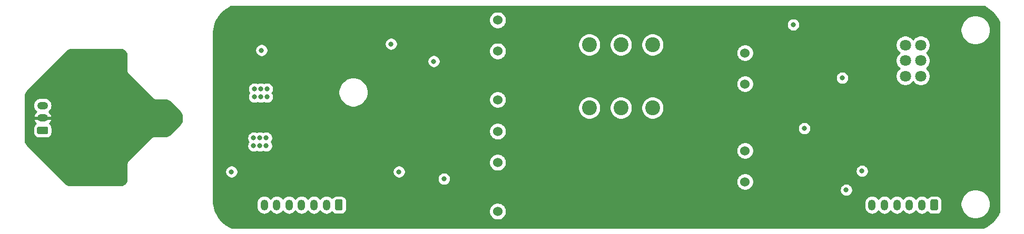
<source format=gbr>
G04 #@! TF.GenerationSoftware,KiCad,Pcbnew,(5.1.0)-1*
G04 #@! TF.CreationDate,2019-06-01T21:06:23-04:00*
G04 #@! TF.ProjectId,preample,70726561-6d70-46c6-952e-6b696361645f,rev?*
G04 #@! TF.SameCoordinates,Original*
G04 #@! TF.FileFunction,Copper,L2,Inr*
G04 #@! TF.FilePolarity,Positive*
%FSLAX46Y46*%
G04 Gerber Fmt 4.6, Leading zero omitted, Abs format (unit mm)*
G04 Created by KiCad (PCBNEW (5.1.0)-1) date 2019-06-01 21:06:23*
%MOMM*%
%LPD*%
G04 APERTURE LIST*
%ADD10C,1.800000*%
%ADD11C,0.250000*%
%ADD12C,1.524000*%
%ADD13C,2.400000*%
%ADD14C,0.100000*%
%ADD15C,1.200000*%
%ADD16O,1.750000X1.200000*%
%ADD17O,1.200000X1.750000*%
%ADD18C,0.800000*%
%ADD19C,0.254000*%
G04 APERTURE END LIST*
D10*
X190817000Y-56809000D03*
X188317000Y-56809000D03*
X190817000Y-59309000D03*
X188317000Y-59309000D03*
X190817000Y-61809000D03*
X188317000Y-61809000D03*
D11*
X77336000Y-68453000D03*
X78486000Y-68453000D03*
X77911000Y-69403000D03*
X77911000Y-67503000D03*
D12*
X162560000Y-78827000D03*
X162560000Y-73827000D03*
X122809000Y-78589500D03*
X122809000Y-83589500D03*
X122809000Y-70715500D03*
X122809000Y-75715500D03*
X162560000Y-58079000D03*
X162560000Y-63079000D03*
X122809000Y-60619000D03*
X122809000Y-65619000D03*
X122809000Y-52785000D03*
X122809000Y-57785000D03*
D13*
X147701000Y-66929000D03*
X142621000Y-66929000D03*
X137541000Y-66929000D03*
X137541000Y-56769000D03*
X142621000Y-56769000D03*
X147701000Y-56769000D03*
D14*
G36*
X50306505Y-69949204D02*
G01*
X50330773Y-69952804D01*
X50354572Y-69958765D01*
X50377671Y-69967030D01*
X50399850Y-69977520D01*
X50420893Y-69990132D01*
X50440599Y-70004747D01*
X50458777Y-70021223D01*
X50475253Y-70039401D01*
X50489868Y-70059107D01*
X50502480Y-70080150D01*
X50512970Y-70102329D01*
X50521235Y-70125428D01*
X50527196Y-70149227D01*
X50530796Y-70173495D01*
X50532000Y-70197999D01*
X50532000Y-70898001D01*
X50530796Y-70922505D01*
X50527196Y-70946773D01*
X50521235Y-70970572D01*
X50512970Y-70993671D01*
X50502480Y-71015850D01*
X50489868Y-71036893D01*
X50475253Y-71056599D01*
X50458777Y-71074777D01*
X50440599Y-71091253D01*
X50420893Y-71105868D01*
X50399850Y-71118480D01*
X50377671Y-71128970D01*
X50354572Y-71137235D01*
X50330773Y-71143196D01*
X50306505Y-71146796D01*
X50282001Y-71148000D01*
X49031999Y-71148000D01*
X49007495Y-71146796D01*
X48983227Y-71143196D01*
X48959428Y-71137235D01*
X48936329Y-71128970D01*
X48914150Y-71118480D01*
X48893107Y-71105868D01*
X48873401Y-71091253D01*
X48855223Y-71074777D01*
X48838747Y-71056599D01*
X48824132Y-71036893D01*
X48811520Y-71015850D01*
X48801030Y-70993671D01*
X48792765Y-70970572D01*
X48786804Y-70946773D01*
X48783204Y-70922505D01*
X48782000Y-70898001D01*
X48782000Y-70197999D01*
X48783204Y-70173495D01*
X48786804Y-70149227D01*
X48792765Y-70125428D01*
X48801030Y-70102329D01*
X48811520Y-70080150D01*
X48824132Y-70059107D01*
X48838747Y-70039401D01*
X48855223Y-70021223D01*
X48873401Y-70004747D01*
X48893107Y-69990132D01*
X48914150Y-69977520D01*
X48936329Y-69967030D01*
X48959428Y-69958765D01*
X48983227Y-69952804D01*
X49007495Y-69949204D01*
X49031999Y-69948000D01*
X50282001Y-69948000D01*
X50306505Y-69949204D01*
X50306505Y-69949204D01*
G37*
D15*
X49657000Y-70548000D03*
D16*
X49657000Y-68548000D03*
X49657000Y-66548000D03*
D14*
G36*
X97656505Y-81676204D02*
G01*
X97680773Y-81679804D01*
X97704572Y-81685765D01*
X97727671Y-81694030D01*
X97749850Y-81704520D01*
X97770893Y-81717132D01*
X97790599Y-81731747D01*
X97808777Y-81748223D01*
X97825253Y-81766401D01*
X97839868Y-81786107D01*
X97852480Y-81807150D01*
X97862970Y-81829329D01*
X97871235Y-81852428D01*
X97877196Y-81876227D01*
X97880796Y-81900495D01*
X97882000Y-81924999D01*
X97882000Y-83175001D01*
X97880796Y-83199505D01*
X97877196Y-83223773D01*
X97871235Y-83247572D01*
X97862970Y-83270671D01*
X97852480Y-83292850D01*
X97839868Y-83313893D01*
X97825253Y-83333599D01*
X97808777Y-83351777D01*
X97790599Y-83368253D01*
X97770893Y-83382868D01*
X97749850Y-83395480D01*
X97727671Y-83405970D01*
X97704572Y-83414235D01*
X97680773Y-83420196D01*
X97656505Y-83423796D01*
X97632001Y-83425000D01*
X96931999Y-83425000D01*
X96907495Y-83423796D01*
X96883227Y-83420196D01*
X96859428Y-83414235D01*
X96836329Y-83405970D01*
X96814150Y-83395480D01*
X96793107Y-83382868D01*
X96773401Y-83368253D01*
X96755223Y-83351777D01*
X96738747Y-83333599D01*
X96724132Y-83313893D01*
X96711520Y-83292850D01*
X96701030Y-83270671D01*
X96692765Y-83247572D01*
X96686804Y-83223773D01*
X96683204Y-83199505D01*
X96682000Y-83175001D01*
X96682000Y-81924999D01*
X96683204Y-81900495D01*
X96686804Y-81876227D01*
X96692765Y-81852428D01*
X96701030Y-81829329D01*
X96711520Y-81807150D01*
X96724132Y-81786107D01*
X96738747Y-81766401D01*
X96755223Y-81748223D01*
X96773401Y-81731747D01*
X96793107Y-81717132D01*
X96814150Y-81704520D01*
X96836329Y-81694030D01*
X96859428Y-81685765D01*
X96883227Y-81679804D01*
X96907495Y-81676204D01*
X96931999Y-81675000D01*
X97632001Y-81675000D01*
X97656505Y-81676204D01*
X97656505Y-81676204D01*
G37*
D15*
X97282000Y-82550000D03*
D17*
X95282000Y-82550000D03*
X93282000Y-82550000D03*
X91282000Y-82550000D03*
X89282000Y-82550000D03*
X87282000Y-82550000D03*
X85282000Y-82550000D03*
D14*
G36*
X193351005Y-81676204D02*
G01*
X193375273Y-81679804D01*
X193399072Y-81685765D01*
X193422171Y-81694030D01*
X193444350Y-81704520D01*
X193465393Y-81717132D01*
X193485099Y-81731747D01*
X193503277Y-81748223D01*
X193519753Y-81766401D01*
X193534368Y-81786107D01*
X193546980Y-81807150D01*
X193557470Y-81829329D01*
X193565735Y-81852428D01*
X193571696Y-81876227D01*
X193575296Y-81900495D01*
X193576500Y-81924999D01*
X193576500Y-83175001D01*
X193575296Y-83199505D01*
X193571696Y-83223773D01*
X193565735Y-83247572D01*
X193557470Y-83270671D01*
X193546980Y-83292850D01*
X193534368Y-83313893D01*
X193519753Y-83333599D01*
X193503277Y-83351777D01*
X193485099Y-83368253D01*
X193465393Y-83382868D01*
X193444350Y-83395480D01*
X193422171Y-83405970D01*
X193399072Y-83414235D01*
X193375273Y-83420196D01*
X193351005Y-83423796D01*
X193326501Y-83425000D01*
X192626499Y-83425000D01*
X192601995Y-83423796D01*
X192577727Y-83420196D01*
X192553928Y-83414235D01*
X192530829Y-83405970D01*
X192508650Y-83395480D01*
X192487607Y-83382868D01*
X192467901Y-83368253D01*
X192449723Y-83351777D01*
X192433247Y-83333599D01*
X192418632Y-83313893D01*
X192406020Y-83292850D01*
X192395530Y-83270671D01*
X192387265Y-83247572D01*
X192381304Y-83223773D01*
X192377704Y-83199505D01*
X192376500Y-83175001D01*
X192376500Y-81924999D01*
X192377704Y-81900495D01*
X192381304Y-81876227D01*
X192387265Y-81852428D01*
X192395530Y-81829329D01*
X192406020Y-81807150D01*
X192418632Y-81786107D01*
X192433247Y-81766401D01*
X192449723Y-81748223D01*
X192467901Y-81731747D01*
X192487607Y-81717132D01*
X192508650Y-81704520D01*
X192530829Y-81694030D01*
X192553928Y-81685765D01*
X192577727Y-81679804D01*
X192601995Y-81676204D01*
X192626499Y-81675000D01*
X193326501Y-81675000D01*
X193351005Y-81676204D01*
X193351005Y-81676204D01*
G37*
D15*
X192976500Y-82550000D03*
D17*
X190976500Y-82550000D03*
X188976500Y-82550000D03*
X186976500Y-82550000D03*
X184976500Y-82550000D03*
X182976500Y-82550000D03*
D18*
X62738000Y-58166000D03*
X62738000Y-59182000D03*
X62738000Y-60198000D03*
X62738000Y-61214000D03*
X62738000Y-78740000D03*
X62738000Y-77724000D03*
X62738000Y-76708000D03*
X62738000Y-75692000D03*
X69342000Y-69088000D03*
X69342000Y-70866000D03*
X70612000Y-68580000D03*
X70612000Y-69850000D03*
X69342000Y-66294000D03*
X70612000Y-67310000D03*
X69342000Y-67818000D03*
X176657000Y-64770000D03*
X117348000Y-69850000D03*
X112522000Y-75946000D03*
X120650000Y-57150000D03*
X129032000Y-53848000D03*
X130048000Y-65532000D03*
X126238000Y-74422000D03*
X113919000Y-66802000D03*
X95758000Y-76454000D03*
X107696000Y-85852000D03*
X100330000Y-80264000D03*
X77978000Y-74168000D03*
X77978000Y-62738000D03*
X78232000Y-56642000D03*
X79248000Y-53086000D03*
X82042000Y-51308000D03*
X87122000Y-51308000D03*
X91948000Y-51308000D03*
X97028000Y-51308000D03*
X117348000Y-51308000D03*
X113919000Y-54229000D03*
X126492000Y-51308000D03*
X131572000Y-51308000D03*
X136652000Y-51308000D03*
X141732000Y-51308000D03*
X146304000Y-51308000D03*
X151892000Y-51308000D03*
X156972000Y-51308000D03*
X194564000Y-51308000D03*
X185674000Y-55118000D03*
X179832000Y-64770000D03*
X181610000Y-61214000D03*
X193294000Y-66802000D03*
X166370000Y-74422000D03*
X152400000Y-78994000D03*
X151384000Y-73914000D03*
X130048000Y-77978000D03*
X145034000Y-75692000D03*
X139446000Y-75438000D03*
X141732000Y-79248000D03*
X141732000Y-83312000D03*
X164592000Y-56134000D03*
X152908000Y-58674000D03*
X159258000Y-58928000D03*
X154940000Y-62738000D03*
X160020000Y-78740000D03*
X180086000Y-68580000D03*
X182626000Y-68580000D03*
X182626000Y-73152000D03*
X180086000Y-73152000D03*
X196596000Y-76200000D03*
X202184000Y-66040000D03*
X202184000Y-71120000D03*
X202184000Y-60960000D03*
X189484000Y-51308000D03*
X184404000Y-51308000D03*
X179324000Y-51308000D03*
X174244000Y-51308000D03*
X183134000Y-57658000D03*
X177800000Y-84582000D03*
X172720000Y-84582000D03*
X167640000Y-84582000D03*
X162560000Y-84582000D03*
X157480000Y-84582000D03*
X152400000Y-84455000D03*
X157988000Y-75946000D03*
X152400000Y-67564000D03*
X147320000Y-71120000D03*
X142240000Y-71120000D03*
X137160000Y-71120000D03*
X137160000Y-62230000D03*
X142240000Y-62230000D03*
X147320000Y-62230000D03*
X167640000Y-66040000D03*
X162560000Y-66040000D03*
X158242000Y-65024000D03*
X163830000Y-71120000D03*
X157480000Y-71120000D03*
X176022000Y-69088000D03*
X187960000Y-73914000D03*
X131318000Y-58928000D03*
X131064000Y-73406000D03*
X133350000Y-79756000D03*
X131064000Y-84074000D03*
X116840000Y-84074000D03*
X107950000Y-69850000D03*
X112014000Y-51308000D03*
X104394000Y-66040000D03*
X98044000Y-69850000D03*
X92202000Y-69596000D03*
X92202000Y-67056000D03*
X92202000Y-57150000D03*
X89662000Y-79248000D03*
X82042000Y-79248000D03*
X83312000Y-85598000D03*
X100330000Y-85344000D03*
X78994000Y-84582000D03*
X78232000Y-79502000D03*
X202184000Y-76200000D03*
X147574000Y-78740000D03*
X147574000Y-83058000D03*
X189230000Y-71120000D03*
X186944000Y-71120000D03*
X99441000Y-57658000D03*
X114808000Y-60960000D03*
X104884001Y-53738999D03*
X104943500Y-74168000D03*
X92202000Y-61341000D03*
X89916000Y-61341000D03*
X91059000Y-61341000D03*
X89535000Y-75565000D03*
X92456000Y-75565000D03*
X91059000Y-75565000D03*
X178054000Y-81788000D03*
X179705000Y-76149000D03*
X168783000Y-71755000D03*
X179705000Y-57785000D03*
X168765888Y-56116888D03*
X105156000Y-82296000D03*
X109728000Y-84328000D03*
X98806000Y-53848000D03*
X115570000Y-79502000D03*
X85725000Y-63881000D03*
X84709000Y-63881000D03*
X85725000Y-65151000D03*
X84709000Y-65151000D03*
X83693000Y-65151000D03*
X83693000Y-63881000D03*
X112522000Y-59436000D03*
X114173000Y-78359000D03*
X84836000Y-57658000D03*
X170307000Y-53539500D03*
X172085000Y-70231000D03*
X85598000Y-71755000D03*
X84582000Y-71755000D03*
X83566000Y-71755000D03*
X85598000Y-73025000D03*
X84582000Y-73025000D03*
X83566000Y-73025000D03*
X80010000Y-77216000D03*
X178181000Y-62103000D03*
X105664000Y-56642000D03*
X178816000Y-80137000D03*
X106934000Y-77216000D03*
X181356000Y-77089000D03*
D19*
G36*
X201021375Y-50621675D02*
G01*
X201398434Y-50817960D01*
X201756968Y-51046371D01*
X202094230Y-51305161D01*
X202407646Y-51592354D01*
X202694839Y-51905770D01*
X202953629Y-52243032D01*
X203182040Y-52601566D01*
X203378325Y-52978625D01*
X203394000Y-53016468D01*
X203394001Y-83762530D01*
X203378325Y-83800375D01*
X203182040Y-84177434D01*
X202953629Y-84535968D01*
X202694839Y-84873230D01*
X202407646Y-85186646D01*
X202094230Y-85473839D01*
X201756968Y-85732629D01*
X201398434Y-85961040D01*
X201021375Y-86157325D01*
X200879721Y-86216000D01*
X80044279Y-86216000D01*
X79902625Y-86157325D01*
X79525566Y-85961040D01*
X79167032Y-85732629D01*
X78829770Y-85473839D01*
X78516354Y-85186646D01*
X78229161Y-84873230D01*
X77970371Y-84535968D01*
X77741960Y-84177434D01*
X77545675Y-83800375D01*
X77382991Y-83407620D01*
X77255162Y-83002198D01*
X77163151Y-82587168D01*
X77114068Y-82214335D01*
X84047000Y-82214335D01*
X84047000Y-82885664D01*
X84064870Y-83067101D01*
X84135489Y-83299900D01*
X84250167Y-83514448D01*
X84404498Y-83702502D01*
X84592551Y-83856833D01*
X84807099Y-83971511D01*
X85039898Y-84042130D01*
X85282000Y-84065975D01*
X85524101Y-84042130D01*
X85756900Y-83971511D01*
X85971448Y-83856833D01*
X86159502Y-83702502D01*
X86282000Y-83553237D01*
X86404498Y-83702502D01*
X86592551Y-83856833D01*
X86807099Y-83971511D01*
X87039898Y-84042130D01*
X87282000Y-84065975D01*
X87524101Y-84042130D01*
X87756900Y-83971511D01*
X87971448Y-83856833D01*
X88159502Y-83702502D01*
X88282000Y-83553237D01*
X88404498Y-83702502D01*
X88592551Y-83856833D01*
X88807099Y-83971511D01*
X89039898Y-84042130D01*
X89282000Y-84065975D01*
X89524101Y-84042130D01*
X89756900Y-83971511D01*
X89971448Y-83856833D01*
X90159502Y-83702502D01*
X90282000Y-83553237D01*
X90404498Y-83702502D01*
X90592551Y-83856833D01*
X90807099Y-83971511D01*
X91039898Y-84042130D01*
X91282000Y-84065975D01*
X91524101Y-84042130D01*
X91756900Y-83971511D01*
X91971448Y-83856833D01*
X92159502Y-83702502D01*
X92282000Y-83553237D01*
X92404498Y-83702502D01*
X92592551Y-83856833D01*
X92807099Y-83971511D01*
X93039898Y-84042130D01*
X93282000Y-84065975D01*
X93524101Y-84042130D01*
X93756900Y-83971511D01*
X93971448Y-83856833D01*
X94159502Y-83702502D01*
X94282000Y-83553237D01*
X94404498Y-83702502D01*
X94592551Y-83856833D01*
X94807099Y-83971511D01*
X95039898Y-84042130D01*
X95282000Y-84065975D01*
X95524101Y-84042130D01*
X95756900Y-83971511D01*
X95971448Y-83856833D01*
X96159502Y-83702502D01*
X96191191Y-83663889D01*
X96193595Y-83668387D01*
X96304038Y-83802962D01*
X96438613Y-83913405D01*
X96592149Y-83995472D01*
X96758745Y-84046008D01*
X96931999Y-84063072D01*
X97632001Y-84063072D01*
X97805255Y-84046008D01*
X97971851Y-83995472D01*
X98125387Y-83913405D01*
X98259962Y-83802962D01*
X98370405Y-83668387D01*
X98452472Y-83514851D01*
X98471565Y-83451908D01*
X121412000Y-83451908D01*
X121412000Y-83727092D01*
X121465686Y-83996990D01*
X121570995Y-84251227D01*
X121723880Y-84480035D01*
X121918465Y-84674620D01*
X122147273Y-84827505D01*
X122401510Y-84932814D01*
X122671408Y-84986500D01*
X122946592Y-84986500D01*
X123216490Y-84932814D01*
X123470727Y-84827505D01*
X123699535Y-84674620D01*
X123894120Y-84480035D01*
X124047005Y-84251227D01*
X124152314Y-83996990D01*
X124206000Y-83727092D01*
X124206000Y-83451908D01*
X124152314Y-83182010D01*
X124047005Y-82927773D01*
X123894120Y-82698965D01*
X123699535Y-82504380D01*
X123470727Y-82351495D01*
X123216490Y-82246186D01*
X123056365Y-82214335D01*
X181741500Y-82214335D01*
X181741500Y-82885664D01*
X181759370Y-83067101D01*
X181829989Y-83299900D01*
X181944667Y-83514448D01*
X182098998Y-83702502D01*
X182287051Y-83856833D01*
X182501599Y-83971511D01*
X182734398Y-84042130D01*
X182976500Y-84065975D01*
X183218601Y-84042130D01*
X183451400Y-83971511D01*
X183665948Y-83856833D01*
X183854002Y-83702502D01*
X183976500Y-83553237D01*
X184098998Y-83702502D01*
X184287051Y-83856833D01*
X184501599Y-83971511D01*
X184734398Y-84042130D01*
X184976500Y-84065975D01*
X185218601Y-84042130D01*
X185451400Y-83971511D01*
X185665948Y-83856833D01*
X185854002Y-83702502D01*
X185976500Y-83553237D01*
X186098998Y-83702502D01*
X186287051Y-83856833D01*
X186501599Y-83971511D01*
X186734398Y-84042130D01*
X186976500Y-84065975D01*
X187218601Y-84042130D01*
X187451400Y-83971511D01*
X187665948Y-83856833D01*
X187854002Y-83702502D01*
X187976500Y-83553237D01*
X188098998Y-83702502D01*
X188287051Y-83856833D01*
X188501599Y-83971511D01*
X188734398Y-84042130D01*
X188976500Y-84065975D01*
X189218601Y-84042130D01*
X189451400Y-83971511D01*
X189665948Y-83856833D01*
X189854002Y-83702502D01*
X189976500Y-83553237D01*
X190098998Y-83702502D01*
X190287051Y-83856833D01*
X190501599Y-83971511D01*
X190734398Y-84042130D01*
X190976500Y-84065975D01*
X191218601Y-84042130D01*
X191451400Y-83971511D01*
X191665948Y-83856833D01*
X191854002Y-83702502D01*
X191885691Y-83663889D01*
X191888095Y-83668387D01*
X191998538Y-83802962D01*
X192133113Y-83913405D01*
X192286649Y-83995472D01*
X192453245Y-84046008D01*
X192626499Y-84063072D01*
X193326501Y-84063072D01*
X193499755Y-84046008D01*
X193666351Y-83995472D01*
X193819887Y-83913405D01*
X193954462Y-83802962D01*
X194064905Y-83668387D01*
X194146972Y-83514851D01*
X194197508Y-83348255D01*
X194214572Y-83175001D01*
X194214572Y-82176098D01*
X197204000Y-82176098D01*
X197204000Y-82645902D01*
X197295654Y-83106679D01*
X197475440Y-83540721D01*
X197736450Y-83931349D01*
X198068651Y-84263550D01*
X198459279Y-84524560D01*
X198893321Y-84704346D01*
X199354098Y-84796000D01*
X199823902Y-84796000D01*
X200284679Y-84704346D01*
X200718721Y-84524560D01*
X201109349Y-84263550D01*
X201441550Y-83931349D01*
X201702560Y-83540721D01*
X201882346Y-83106679D01*
X201974000Y-82645902D01*
X201974000Y-82176098D01*
X201882346Y-81715321D01*
X201702560Y-81281279D01*
X201441550Y-80890651D01*
X201109349Y-80558450D01*
X200718721Y-80297440D01*
X200284679Y-80117654D01*
X199823902Y-80026000D01*
X199354098Y-80026000D01*
X198893321Y-80117654D01*
X198459279Y-80297440D01*
X198068651Y-80558450D01*
X197736450Y-80890651D01*
X197475440Y-81281279D01*
X197295654Y-81715321D01*
X197204000Y-82176098D01*
X194214572Y-82176098D01*
X194214572Y-81924999D01*
X194197508Y-81751745D01*
X194146972Y-81585149D01*
X194064905Y-81431613D01*
X193954462Y-81297038D01*
X193819887Y-81186595D01*
X193666351Y-81104528D01*
X193499755Y-81053992D01*
X193326501Y-81036928D01*
X192626499Y-81036928D01*
X192453245Y-81053992D01*
X192286649Y-81104528D01*
X192133113Y-81186595D01*
X191998538Y-81297038D01*
X191888095Y-81431613D01*
X191885691Y-81436111D01*
X191854002Y-81397498D01*
X191665949Y-81243167D01*
X191451401Y-81128489D01*
X191218602Y-81057870D01*
X190976500Y-81034025D01*
X190734399Y-81057870D01*
X190501600Y-81128489D01*
X190287052Y-81243167D01*
X190098999Y-81397498D01*
X189976501Y-81546763D01*
X189854002Y-81397498D01*
X189665949Y-81243167D01*
X189451401Y-81128489D01*
X189218602Y-81057870D01*
X188976500Y-81034025D01*
X188734399Y-81057870D01*
X188501600Y-81128489D01*
X188287052Y-81243167D01*
X188098999Y-81397498D01*
X187976501Y-81546763D01*
X187854002Y-81397498D01*
X187665949Y-81243167D01*
X187451401Y-81128489D01*
X187218602Y-81057870D01*
X186976500Y-81034025D01*
X186734399Y-81057870D01*
X186501600Y-81128489D01*
X186287052Y-81243167D01*
X186098999Y-81397498D01*
X185976501Y-81546763D01*
X185854002Y-81397498D01*
X185665949Y-81243167D01*
X185451401Y-81128489D01*
X185218602Y-81057870D01*
X184976500Y-81034025D01*
X184734399Y-81057870D01*
X184501600Y-81128489D01*
X184287052Y-81243167D01*
X184098999Y-81397498D01*
X183976501Y-81546763D01*
X183854002Y-81397498D01*
X183665949Y-81243167D01*
X183451401Y-81128489D01*
X183218602Y-81057870D01*
X182976500Y-81034025D01*
X182734399Y-81057870D01*
X182501600Y-81128489D01*
X182287052Y-81243167D01*
X182098999Y-81397498D01*
X181944668Y-81585551D01*
X181829989Y-81800099D01*
X181759370Y-82032898D01*
X181741500Y-82214335D01*
X123056365Y-82214335D01*
X122946592Y-82192500D01*
X122671408Y-82192500D01*
X122401510Y-82246186D01*
X122147273Y-82351495D01*
X121918465Y-82504380D01*
X121723880Y-82698965D01*
X121570995Y-82927773D01*
X121465686Y-83182010D01*
X121412000Y-83451908D01*
X98471565Y-83451908D01*
X98503008Y-83348255D01*
X98520072Y-83175001D01*
X98520072Y-81924999D01*
X98503008Y-81751745D01*
X98452472Y-81585149D01*
X98370405Y-81431613D01*
X98259962Y-81297038D01*
X98125387Y-81186595D01*
X97971851Y-81104528D01*
X97805255Y-81053992D01*
X97632001Y-81036928D01*
X96931999Y-81036928D01*
X96758745Y-81053992D01*
X96592149Y-81104528D01*
X96438613Y-81186595D01*
X96304038Y-81297038D01*
X96193595Y-81431613D01*
X96191191Y-81436111D01*
X96159502Y-81397498D01*
X95971449Y-81243167D01*
X95756901Y-81128489D01*
X95524102Y-81057870D01*
X95282000Y-81034025D01*
X95039899Y-81057870D01*
X94807100Y-81128489D01*
X94592552Y-81243167D01*
X94404499Y-81397498D01*
X94282001Y-81546763D01*
X94159502Y-81397498D01*
X93971449Y-81243167D01*
X93756901Y-81128489D01*
X93524102Y-81057870D01*
X93282000Y-81034025D01*
X93039899Y-81057870D01*
X92807100Y-81128489D01*
X92592552Y-81243167D01*
X92404499Y-81397498D01*
X92282001Y-81546763D01*
X92159502Y-81397498D01*
X91971449Y-81243167D01*
X91756901Y-81128489D01*
X91524102Y-81057870D01*
X91282000Y-81034025D01*
X91039899Y-81057870D01*
X90807100Y-81128489D01*
X90592552Y-81243167D01*
X90404499Y-81397498D01*
X90282001Y-81546763D01*
X90159502Y-81397498D01*
X89971449Y-81243167D01*
X89756901Y-81128489D01*
X89524102Y-81057870D01*
X89282000Y-81034025D01*
X89039899Y-81057870D01*
X88807100Y-81128489D01*
X88592552Y-81243167D01*
X88404499Y-81397498D01*
X88282001Y-81546763D01*
X88159502Y-81397498D01*
X87971449Y-81243167D01*
X87756901Y-81128489D01*
X87524102Y-81057870D01*
X87282000Y-81034025D01*
X87039899Y-81057870D01*
X86807100Y-81128489D01*
X86592552Y-81243167D01*
X86404499Y-81397498D01*
X86282001Y-81546763D01*
X86159502Y-81397498D01*
X85971449Y-81243167D01*
X85756901Y-81128489D01*
X85524102Y-81057870D01*
X85282000Y-81034025D01*
X85039899Y-81057870D01*
X84807100Y-81128489D01*
X84592552Y-81243167D01*
X84404499Y-81397498D01*
X84250168Y-81585551D01*
X84135489Y-81800099D01*
X84064870Y-82032898D01*
X84047000Y-82214335D01*
X77114068Y-82214335D01*
X77107664Y-82165692D01*
X77089000Y-81738231D01*
X77089000Y-78257061D01*
X113138000Y-78257061D01*
X113138000Y-78460939D01*
X113177774Y-78660898D01*
X113255795Y-78849256D01*
X113369063Y-79018774D01*
X113513226Y-79162937D01*
X113682744Y-79276205D01*
X113871102Y-79354226D01*
X114071061Y-79394000D01*
X114274939Y-79394000D01*
X114474898Y-79354226D01*
X114663256Y-79276205D01*
X114832774Y-79162937D01*
X114976937Y-79018774D01*
X115090205Y-78849256D01*
X115156416Y-78689408D01*
X161163000Y-78689408D01*
X161163000Y-78964592D01*
X161216686Y-79234490D01*
X161321995Y-79488727D01*
X161474880Y-79717535D01*
X161669465Y-79912120D01*
X161898273Y-80065005D01*
X162152510Y-80170314D01*
X162422408Y-80224000D01*
X162697592Y-80224000D01*
X162967490Y-80170314D01*
X163221727Y-80065005D01*
X163266541Y-80035061D01*
X177781000Y-80035061D01*
X177781000Y-80238939D01*
X177820774Y-80438898D01*
X177898795Y-80627256D01*
X178012063Y-80796774D01*
X178156226Y-80940937D01*
X178325744Y-81054205D01*
X178514102Y-81132226D01*
X178714061Y-81172000D01*
X178917939Y-81172000D01*
X179117898Y-81132226D01*
X179306256Y-81054205D01*
X179475774Y-80940937D01*
X179619937Y-80796774D01*
X179733205Y-80627256D01*
X179811226Y-80438898D01*
X179851000Y-80238939D01*
X179851000Y-80035061D01*
X179811226Y-79835102D01*
X179733205Y-79646744D01*
X179619937Y-79477226D01*
X179475774Y-79333063D01*
X179306256Y-79219795D01*
X179117898Y-79141774D01*
X178917939Y-79102000D01*
X178714061Y-79102000D01*
X178514102Y-79141774D01*
X178325744Y-79219795D01*
X178156226Y-79333063D01*
X178012063Y-79477226D01*
X177898795Y-79646744D01*
X177820774Y-79835102D01*
X177781000Y-80035061D01*
X163266541Y-80035061D01*
X163450535Y-79912120D01*
X163645120Y-79717535D01*
X163798005Y-79488727D01*
X163903314Y-79234490D01*
X163957000Y-78964592D01*
X163957000Y-78689408D01*
X163903314Y-78419510D01*
X163798005Y-78165273D01*
X163645120Y-77936465D01*
X163450535Y-77741880D01*
X163221727Y-77588995D01*
X162967490Y-77483686D01*
X162697592Y-77430000D01*
X162422408Y-77430000D01*
X162152510Y-77483686D01*
X161898273Y-77588995D01*
X161669465Y-77741880D01*
X161474880Y-77936465D01*
X161321995Y-78165273D01*
X161216686Y-78419510D01*
X161163000Y-78689408D01*
X115156416Y-78689408D01*
X115168226Y-78660898D01*
X115208000Y-78460939D01*
X115208000Y-78257061D01*
X115168226Y-78057102D01*
X115090205Y-77868744D01*
X114976937Y-77699226D01*
X114832774Y-77555063D01*
X114663256Y-77441795D01*
X114474898Y-77363774D01*
X114274939Y-77324000D01*
X114071061Y-77324000D01*
X113871102Y-77363774D01*
X113682744Y-77441795D01*
X113513226Y-77555063D01*
X113369063Y-77699226D01*
X113255795Y-77868744D01*
X113177774Y-78057102D01*
X113138000Y-78257061D01*
X77089000Y-78257061D01*
X77089000Y-77114061D01*
X78975000Y-77114061D01*
X78975000Y-77317939D01*
X79014774Y-77517898D01*
X79092795Y-77706256D01*
X79206063Y-77875774D01*
X79350226Y-78019937D01*
X79519744Y-78133205D01*
X79708102Y-78211226D01*
X79908061Y-78251000D01*
X80111939Y-78251000D01*
X80311898Y-78211226D01*
X80500256Y-78133205D01*
X80669774Y-78019937D01*
X80813937Y-77875774D01*
X80927205Y-77706256D01*
X81005226Y-77517898D01*
X81045000Y-77317939D01*
X81045000Y-77114061D01*
X105899000Y-77114061D01*
X105899000Y-77317939D01*
X105938774Y-77517898D01*
X106016795Y-77706256D01*
X106130063Y-77875774D01*
X106274226Y-78019937D01*
X106443744Y-78133205D01*
X106632102Y-78211226D01*
X106832061Y-78251000D01*
X107035939Y-78251000D01*
X107235898Y-78211226D01*
X107424256Y-78133205D01*
X107593774Y-78019937D01*
X107737937Y-77875774D01*
X107851205Y-77706256D01*
X107929226Y-77517898D01*
X107969000Y-77317939D01*
X107969000Y-77114061D01*
X107929226Y-76914102D01*
X107851205Y-76725744D01*
X107737937Y-76556226D01*
X107593774Y-76412063D01*
X107424256Y-76298795D01*
X107235898Y-76220774D01*
X107035939Y-76181000D01*
X106832061Y-76181000D01*
X106632102Y-76220774D01*
X106443744Y-76298795D01*
X106274226Y-76412063D01*
X106130063Y-76556226D01*
X106016795Y-76725744D01*
X105938774Y-76914102D01*
X105899000Y-77114061D01*
X81045000Y-77114061D01*
X81005226Y-76914102D01*
X80927205Y-76725744D01*
X80813937Y-76556226D01*
X80669774Y-76412063D01*
X80500256Y-76298795D01*
X80311898Y-76220774D01*
X80111939Y-76181000D01*
X79908061Y-76181000D01*
X79708102Y-76220774D01*
X79519744Y-76298795D01*
X79350226Y-76412063D01*
X79206063Y-76556226D01*
X79092795Y-76725744D01*
X79014774Y-76914102D01*
X78975000Y-77114061D01*
X77089000Y-77114061D01*
X77089000Y-75577908D01*
X121412000Y-75577908D01*
X121412000Y-75853092D01*
X121465686Y-76122990D01*
X121570995Y-76377227D01*
X121723880Y-76606035D01*
X121918465Y-76800620D01*
X122147273Y-76953505D01*
X122401510Y-77058814D01*
X122671408Y-77112500D01*
X122946592Y-77112500D01*
X123216490Y-77058814D01*
X123389716Y-76987061D01*
X180321000Y-76987061D01*
X180321000Y-77190939D01*
X180360774Y-77390898D01*
X180438795Y-77579256D01*
X180552063Y-77748774D01*
X180696226Y-77892937D01*
X180865744Y-78006205D01*
X181054102Y-78084226D01*
X181254061Y-78124000D01*
X181457939Y-78124000D01*
X181657898Y-78084226D01*
X181846256Y-78006205D01*
X182015774Y-77892937D01*
X182159937Y-77748774D01*
X182273205Y-77579256D01*
X182351226Y-77390898D01*
X182391000Y-77190939D01*
X182391000Y-76987061D01*
X182351226Y-76787102D01*
X182273205Y-76598744D01*
X182159937Y-76429226D01*
X182015774Y-76285063D01*
X181846256Y-76171795D01*
X181657898Y-76093774D01*
X181457939Y-76054000D01*
X181254061Y-76054000D01*
X181054102Y-76093774D01*
X180865744Y-76171795D01*
X180696226Y-76285063D01*
X180552063Y-76429226D01*
X180438795Y-76598744D01*
X180360774Y-76787102D01*
X180321000Y-76987061D01*
X123389716Y-76987061D01*
X123470727Y-76953505D01*
X123699535Y-76800620D01*
X123894120Y-76606035D01*
X124047005Y-76377227D01*
X124152314Y-76122990D01*
X124206000Y-75853092D01*
X124206000Y-75577908D01*
X124152314Y-75308010D01*
X124047005Y-75053773D01*
X123894120Y-74824965D01*
X123699535Y-74630380D01*
X123470727Y-74477495D01*
X123216490Y-74372186D01*
X122946592Y-74318500D01*
X122671408Y-74318500D01*
X122401510Y-74372186D01*
X122147273Y-74477495D01*
X121918465Y-74630380D01*
X121723880Y-74824965D01*
X121570995Y-75053773D01*
X121465686Y-75308010D01*
X121412000Y-75577908D01*
X77089000Y-75577908D01*
X77089000Y-71653061D01*
X82531000Y-71653061D01*
X82531000Y-71856939D01*
X82570774Y-72056898D01*
X82648795Y-72245256D01*
X82745510Y-72390000D01*
X82648795Y-72534744D01*
X82570774Y-72723102D01*
X82531000Y-72923061D01*
X82531000Y-73126939D01*
X82570774Y-73326898D01*
X82648795Y-73515256D01*
X82762063Y-73684774D01*
X82906226Y-73828937D01*
X83075744Y-73942205D01*
X83264102Y-74020226D01*
X83464061Y-74060000D01*
X83667939Y-74060000D01*
X83867898Y-74020226D01*
X84056256Y-73942205D01*
X84074000Y-73930349D01*
X84091744Y-73942205D01*
X84280102Y-74020226D01*
X84480061Y-74060000D01*
X84683939Y-74060000D01*
X84883898Y-74020226D01*
X85072256Y-73942205D01*
X85090000Y-73930349D01*
X85107744Y-73942205D01*
X85296102Y-74020226D01*
X85496061Y-74060000D01*
X85699939Y-74060000D01*
X85899898Y-74020226D01*
X86088256Y-73942205D01*
X86257774Y-73828937D01*
X86397303Y-73689408D01*
X161163000Y-73689408D01*
X161163000Y-73964592D01*
X161216686Y-74234490D01*
X161321995Y-74488727D01*
X161474880Y-74717535D01*
X161669465Y-74912120D01*
X161898273Y-75065005D01*
X162152510Y-75170314D01*
X162422408Y-75224000D01*
X162697592Y-75224000D01*
X162967490Y-75170314D01*
X163221727Y-75065005D01*
X163450535Y-74912120D01*
X163645120Y-74717535D01*
X163798005Y-74488727D01*
X163903314Y-74234490D01*
X163957000Y-73964592D01*
X163957000Y-73689408D01*
X163903314Y-73419510D01*
X163798005Y-73165273D01*
X163645120Y-72936465D01*
X163450535Y-72741880D01*
X163221727Y-72588995D01*
X162967490Y-72483686D01*
X162697592Y-72430000D01*
X162422408Y-72430000D01*
X162152510Y-72483686D01*
X161898273Y-72588995D01*
X161669465Y-72741880D01*
X161474880Y-72936465D01*
X161321995Y-73165273D01*
X161216686Y-73419510D01*
X161163000Y-73689408D01*
X86397303Y-73689408D01*
X86401937Y-73684774D01*
X86515205Y-73515256D01*
X86593226Y-73326898D01*
X86633000Y-73126939D01*
X86633000Y-72923061D01*
X86593226Y-72723102D01*
X86515205Y-72534744D01*
X86418490Y-72390000D01*
X86515205Y-72245256D01*
X86593226Y-72056898D01*
X86633000Y-71856939D01*
X86633000Y-71653061D01*
X86593226Y-71453102D01*
X86515205Y-71264744D01*
X86401937Y-71095226D01*
X86257774Y-70951063D01*
X86088256Y-70837795D01*
X85899898Y-70759774D01*
X85699939Y-70720000D01*
X85496061Y-70720000D01*
X85296102Y-70759774D01*
X85107744Y-70837795D01*
X85090000Y-70849651D01*
X85072256Y-70837795D01*
X84883898Y-70759774D01*
X84683939Y-70720000D01*
X84480061Y-70720000D01*
X84280102Y-70759774D01*
X84091744Y-70837795D01*
X84074000Y-70849651D01*
X84056256Y-70837795D01*
X83867898Y-70759774D01*
X83667939Y-70720000D01*
X83464061Y-70720000D01*
X83264102Y-70759774D01*
X83075744Y-70837795D01*
X82906226Y-70951063D01*
X82762063Y-71095226D01*
X82648795Y-71264744D01*
X82570774Y-71453102D01*
X82531000Y-71653061D01*
X77089000Y-71653061D01*
X77089000Y-70577908D01*
X121412000Y-70577908D01*
X121412000Y-70853092D01*
X121465686Y-71122990D01*
X121570995Y-71377227D01*
X121723880Y-71606035D01*
X121918465Y-71800620D01*
X122147273Y-71953505D01*
X122401510Y-72058814D01*
X122671408Y-72112500D01*
X122946592Y-72112500D01*
X123216490Y-72058814D01*
X123470727Y-71953505D01*
X123699535Y-71800620D01*
X123894120Y-71606035D01*
X124047005Y-71377227D01*
X124152314Y-71122990D01*
X124206000Y-70853092D01*
X124206000Y-70577908D01*
X124152314Y-70308010D01*
X124078191Y-70129061D01*
X171050000Y-70129061D01*
X171050000Y-70332939D01*
X171089774Y-70532898D01*
X171167795Y-70721256D01*
X171281063Y-70890774D01*
X171425226Y-71034937D01*
X171594744Y-71148205D01*
X171783102Y-71226226D01*
X171983061Y-71266000D01*
X172186939Y-71266000D01*
X172386898Y-71226226D01*
X172575256Y-71148205D01*
X172744774Y-71034937D01*
X172888937Y-70890774D01*
X173002205Y-70721256D01*
X173080226Y-70532898D01*
X173120000Y-70332939D01*
X173120000Y-70129061D01*
X173080226Y-69929102D01*
X173002205Y-69740744D01*
X172888937Y-69571226D01*
X172744774Y-69427063D01*
X172575256Y-69313795D01*
X172386898Y-69235774D01*
X172186939Y-69196000D01*
X171983061Y-69196000D01*
X171783102Y-69235774D01*
X171594744Y-69313795D01*
X171425226Y-69427063D01*
X171281063Y-69571226D01*
X171167795Y-69740744D01*
X171089774Y-69929102D01*
X171050000Y-70129061D01*
X124078191Y-70129061D01*
X124047005Y-70053773D01*
X123894120Y-69824965D01*
X123699535Y-69630380D01*
X123470727Y-69477495D01*
X123216490Y-69372186D01*
X122946592Y-69318500D01*
X122671408Y-69318500D01*
X122401510Y-69372186D01*
X122147273Y-69477495D01*
X121918465Y-69630380D01*
X121723880Y-69824965D01*
X121570995Y-70053773D01*
X121465686Y-70308010D01*
X121412000Y-70577908D01*
X77089000Y-70577908D01*
X77089000Y-63779061D01*
X82658000Y-63779061D01*
X82658000Y-63982939D01*
X82697774Y-64182898D01*
X82775795Y-64371256D01*
X82872510Y-64516000D01*
X82775795Y-64660744D01*
X82697774Y-64849102D01*
X82658000Y-65049061D01*
X82658000Y-65252939D01*
X82697774Y-65452898D01*
X82775795Y-65641256D01*
X82889063Y-65810774D01*
X83033226Y-65954937D01*
X83202744Y-66068205D01*
X83391102Y-66146226D01*
X83591061Y-66186000D01*
X83794939Y-66186000D01*
X83994898Y-66146226D01*
X84183256Y-66068205D01*
X84201000Y-66056349D01*
X84218744Y-66068205D01*
X84407102Y-66146226D01*
X84607061Y-66186000D01*
X84810939Y-66186000D01*
X85010898Y-66146226D01*
X85199256Y-66068205D01*
X85217000Y-66056349D01*
X85234744Y-66068205D01*
X85423102Y-66146226D01*
X85623061Y-66186000D01*
X85826939Y-66186000D01*
X86026898Y-66146226D01*
X86215256Y-66068205D01*
X86384774Y-65954937D01*
X86528937Y-65810774D01*
X86642205Y-65641256D01*
X86720226Y-65452898D01*
X86760000Y-65252939D01*
X86760000Y-65049061D01*
X86720226Y-64849102D01*
X86642205Y-64660744D01*
X86545490Y-64516000D01*
X86642205Y-64371256D01*
X86720226Y-64182898D01*
X86720902Y-64179498D01*
X97208400Y-64179498D01*
X97208400Y-64649302D01*
X97300054Y-65110079D01*
X97479840Y-65544121D01*
X97740850Y-65934749D01*
X98073051Y-66266950D01*
X98463679Y-66527960D01*
X98897721Y-66707746D01*
X99358498Y-66799400D01*
X99828302Y-66799400D01*
X100289079Y-66707746D01*
X100723121Y-66527960D01*
X101113749Y-66266950D01*
X101445950Y-65934749D01*
X101706960Y-65544121D01*
X101732936Y-65481408D01*
X121412000Y-65481408D01*
X121412000Y-65756592D01*
X121465686Y-66026490D01*
X121570995Y-66280727D01*
X121723880Y-66509535D01*
X121918465Y-66704120D01*
X122147273Y-66857005D01*
X122401510Y-66962314D01*
X122671408Y-67016000D01*
X122946592Y-67016000D01*
X123216490Y-66962314D01*
X123470727Y-66857005D01*
X123633463Y-66748268D01*
X135706000Y-66748268D01*
X135706000Y-67109732D01*
X135776518Y-67464250D01*
X135914844Y-67798199D01*
X136115662Y-68098744D01*
X136371256Y-68354338D01*
X136671801Y-68555156D01*
X137005750Y-68693482D01*
X137360268Y-68764000D01*
X137721732Y-68764000D01*
X138076250Y-68693482D01*
X138410199Y-68555156D01*
X138710744Y-68354338D01*
X138966338Y-68098744D01*
X139167156Y-67798199D01*
X139305482Y-67464250D01*
X139376000Y-67109732D01*
X139376000Y-66748268D01*
X140786000Y-66748268D01*
X140786000Y-67109732D01*
X140856518Y-67464250D01*
X140994844Y-67798199D01*
X141195662Y-68098744D01*
X141451256Y-68354338D01*
X141751801Y-68555156D01*
X142085750Y-68693482D01*
X142440268Y-68764000D01*
X142801732Y-68764000D01*
X143156250Y-68693482D01*
X143490199Y-68555156D01*
X143790744Y-68354338D01*
X144046338Y-68098744D01*
X144247156Y-67798199D01*
X144385482Y-67464250D01*
X144456000Y-67109732D01*
X144456000Y-66748268D01*
X145866000Y-66748268D01*
X145866000Y-67109732D01*
X145936518Y-67464250D01*
X146074844Y-67798199D01*
X146275662Y-68098744D01*
X146531256Y-68354338D01*
X146831801Y-68555156D01*
X147165750Y-68693482D01*
X147520268Y-68764000D01*
X147881732Y-68764000D01*
X148236250Y-68693482D01*
X148570199Y-68555156D01*
X148870744Y-68354338D01*
X149126338Y-68098744D01*
X149327156Y-67798199D01*
X149465482Y-67464250D01*
X149536000Y-67109732D01*
X149536000Y-66748268D01*
X149465482Y-66393750D01*
X149327156Y-66059801D01*
X149126338Y-65759256D01*
X148870744Y-65503662D01*
X148570199Y-65302844D01*
X148236250Y-65164518D01*
X147881732Y-65094000D01*
X147520268Y-65094000D01*
X147165750Y-65164518D01*
X146831801Y-65302844D01*
X146531256Y-65503662D01*
X146275662Y-65759256D01*
X146074844Y-66059801D01*
X145936518Y-66393750D01*
X145866000Y-66748268D01*
X144456000Y-66748268D01*
X144385482Y-66393750D01*
X144247156Y-66059801D01*
X144046338Y-65759256D01*
X143790744Y-65503662D01*
X143490199Y-65302844D01*
X143156250Y-65164518D01*
X142801732Y-65094000D01*
X142440268Y-65094000D01*
X142085750Y-65164518D01*
X141751801Y-65302844D01*
X141451256Y-65503662D01*
X141195662Y-65759256D01*
X140994844Y-66059801D01*
X140856518Y-66393750D01*
X140786000Y-66748268D01*
X139376000Y-66748268D01*
X139305482Y-66393750D01*
X139167156Y-66059801D01*
X138966338Y-65759256D01*
X138710744Y-65503662D01*
X138410199Y-65302844D01*
X138076250Y-65164518D01*
X137721732Y-65094000D01*
X137360268Y-65094000D01*
X137005750Y-65164518D01*
X136671801Y-65302844D01*
X136371256Y-65503662D01*
X136115662Y-65759256D01*
X135914844Y-66059801D01*
X135776518Y-66393750D01*
X135706000Y-66748268D01*
X123633463Y-66748268D01*
X123699535Y-66704120D01*
X123894120Y-66509535D01*
X124047005Y-66280727D01*
X124152314Y-66026490D01*
X124206000Y-65756592D01*
X124206000Y-65481408D01*
X124152314Y-65211510D01*
X124047005Y-64957273D01*
X123894120Y-64728465D01*
X123699535Y-64533880D01*
X123470727Y-64380995D01*
X123216490Y-64275686D01*
X122946592Y-64222000D01*
X122671408Y-64222000D01*
X122401510Y-64275686D01*
X122147273Y-64380995D01*
X121918465Y-64533880D01*
X121723880Y-64728465D01*
X121570995Y-64957273D01*
X121465686Y-65211510D01*
X121412000Y-65481408D01*
X101732936Y-65481408D01*
X101886746Y-65110079D01*
X101978400Y-64649302D01*
X101978400Y-64179498D01*
X101886746Y-63718721D01*
X101706960Y-63284679D01*
X101477594Y-62941408D01*
X161163000Y-62941408D01*
X161163000Y-63216592D01*
X161216686Y-63486490D01*
X161321995Y-63740727D01*
X161474880Y-63969535D01*
X161669465Y-64164120D01*
X161898273Y-64317005D01*
X162152510Y-64422314D01*
X162422408Y-64476000D01*
X162697592Y-64476000D01*
X162967490Y-64422314D01*
X163221727Y-64317005D01*
X163450535Y-64164120D01*
X163645120Y-63969535D01*
X163798005Y-63740727D01*
X163903314Y-63486490D01*
X163957000Y-63216592D01*
X163957000Y-62941408D01*
X163903314Y-62671510D01*
X163798005Y-62417273D01*
X163645120Y-62188465D01*
X163457716Y-62001061D01*
X177146000Y-62001061D01*
X177146000Y-62204939D01*
X177185774Y-62404898D01*
X177263795Y-62593256D01*
X177377063Y-62762774D01*
X177521226Y-62906937D01*
X177690744Y-63020205D01*
X177879102Y-63098226D01*
X178079061Y-63138000D01*
X178282939Y-63138000D01*
X178482898Y-63098226D01*
X178671256Y-63020205D01*
X178840774Y-62906937D01*
X178984937Y-62762774D01*
X179098205Y-62593256D01*
X179176226Y-62404898D01*
X179216000Y-62204939D01*
X179216000Y-62001061D01*
X179176226Y-61801102D01*
X179098205Y-61612744D01*
X178984937Y-61443226D01*
X178840774Y-61299063D01*
X178671256Y-61185795D01*
X178482898Y-61107774D01*
X178282939Y-61068000D01*
X178079061Y-61068000D01*
X177879102Y-61107774D01*
X177690744Y-61185795D01*
X177521226Y-61299063D01*
X177377063Y-61443226D01*
X177263795Y-61612744D01*
X177185774Y-61801102D01*
X177146000Y-62001061D01*
X163457716Y-62001061D01*
X163450535Y-61993880D01*
X163221727Y-61840995D01*
X162967490Y-61735686D01*
X162697592Y-61682000D01*
X162422408Y-61682000D01*
X162152510Y-61735686D01*
X161898273Y-61840995D01*
X161669465Y-61993880D01*
X161474880Y-62188465D01*
X161321995Y-62417273D01*
X161216686Y-62671510D01*
X161163000Y-62941408D01*
X101477594Y-62941408D01*
X101445950Y-62894051D01*
X101113749Y-62561850D01*
X100723121Y-62300840D01*
X100289079Y-62121054D01*
X99828302Y-62029400D01*
X99358498Y-62029400D01*
X98897721Y-62121054D01*
X98463679Y-62300840D01*
X98073051Y-62561850D01*
X97740850Y-62894051D01*
X97479840Y-63284679D01*
X97300054Y-63718721D01*
X97208400Y-64179498D01*
X86720902Y-64179498D01*
X86760000Y-63982939D01*
X86760000Y-63779061D01*
X86720226Y-63579102D01*
X86642205Y-63390744D01*
X86528937Y-63221226D01*
X86384774Y-63077063D01*
X86215256Y-62963795D01*
X86026898Y-62885774D01*
X85826939Y-62846000D01*
X85623061Y-62846000D01*
X85423102Y-62885774D01*
X85234744Y-62963795D01*
X85217000Y-62975651D01*
X85199256Y-62963795D01*
X85010898Y-62885774D01*
X84810939Y-62846000D01*
X84607061Y-62846000D01*
X84407102Y-62885774D01*
X84218744Y-62963795D01*
X84201000Y-62975651D01*
X84183256Y-62963795D01*
X83994898Y-62885774D01*
X83794939Y-62846000D01*
X83591061Y-62846000D01*
X83391102Y-62885774D01*
X83202744Y-62963795D01*
X83033226Y-63077063D01*
X82889063Y-63221226D01*
X82775795Y-63390744D01*
X82697774Y-63579102D01*
X82658000Y-63779061D01*
X77089000Y-63779061D01*
X77089000Y-59334061D01*
X111487000Y-59334061D01*
X111487000Y-59537939D01*
X111526774Y-59737898D01*
X111604795Y-59926256D01*
X111718063Y-60095774D01*
X111862226Y-60239937D01*
X112031744Y-60353205D01*
X112220102Y-60431226D01*
X112420061Y-60471000D01*
X112623939Y-60471000D01*
X112823898Y-60431226D01*
X113012256Y-60353205D01*
X113181774Y-60239937D01*
X113325937Y-60095774D01*
X113439205Y-59926256D01*
X113517226Y-59737898D01*
X113557000Y-59537939D01*
X113557000Y-59334061D01*
X113517226Y-59134102D01*
X113439205Y-58945744D01*
X113325937Y-58776226D01*
X113181774Y-58632063D01*
X113012256Y-58518795D01*
X112823898Y-58440774D01*
X112623939Y-58401000D01*
X112420061Y-58401000D01*
X112220102Y-58440774D01*
X112031744Y-58518795D01*
X111862226Y-58632063D01*
X111718063Y-58776226D01*
X111604795Y-58945744D01*
X111526774Y-59134102D01*
X111487000Y-59334061D01*
X77089000Y-59334061D01*
X77089000Y-57556061D01*
X83801000Y-57556061D01*
X83801000Y-57759939D01*
X83840774Y-57959898D01*
X83918795Y-58148256D01*
X84032063Y-58317774D01*
X84176226Y-58461937D01*
X84345744Y-58575205D01*
X84534102Y-58653226D01*
X84734061Y-58693000D01*
X84937939Y-58693000D01*
X85137898Y-58653226D01*
X85326256Y-58575205D01*
X85495774Y-58461937D01*
X85639937Y-58317774D01*
X85753205Y-58148256D01*
X85831226Y-57959898D01*
X85871000Y-57759939D01*
X85871000Y-57556061D01*
X85831226Y-57356102D01*
X85753205Y-57167744D01*
X85639937Y-56998226D01*
X85495774Y-56854063D01*
X85326256Y-56740795D01*
X85137898Y-56662774D01*
X84937939Y-56623000D01*
X84734061Y-56623000D01*
X84534102Y-56662774D01*
X84345744Y-56740795D01*
X84176226Y-56854063D01*
X84032063Y-56998226D01*
X83918795Y-57167744D01*
X83840774Y-57356102D01*
X83801000Y-57556061D01*
X77089000Y-57556061D01*
X77089000Y-56540061D01*
X104629000Y-56540061D01*
X104629000Y-56743939D01*
X104668774Y-56943898D01*
X104746795Y-57132256D01*
X104860063Y-57301774D01*
X105004226Y-57445937D01*
X105173744Y-57559205D01*
X105362102Y-57637226D01*
X105562061Y-57677000D01*
X105765939Y-57677000D01*
X105914709Y-57647408D01*
X121412000Y-57647408D01*
X121412000Y-57922592D01*
X121465686Y-58192490D01*
X121570995Y-58446727D01*
X121723880Y-58675535D01*
X121918465Y-58870120D01*
X122147273Y-59023005D01*
X122401510Y-59128314D01*
X122671408Y-59182000D01*
X122946592Y-59182000D01*
X123216490Y-59128314D01*
X123470727Y-59023005D01*
X123699535Y-58870120D01*
X123894120Y-58675535D01*
X124047005Y-58446727D01*
X124152314Y-58192490D01*
X124206000Y-57922592D01*
X124206000Y-57647408D01*
X124152314Y-57377510D01*
X124047005Y-57123273D01*
X123894120Y-56894465D01*
X123699535Y-56699880D01*
X123532497Y-56588268D01*
X135706000Y-56588268D01*
X135706000Y-56949732D01*
X135776518Y-57304250D01*
X135914844Y-57638199D01*
X136115662Y-57938744D01*
X136371256Y-58194338D01*
X136671801Y-58395156D01*
X137005750Y-58533482D01*
X137360268Y-58604000D01*
X137721732Y-58604000D01*
X138076250Y-58533482D01*
X138410199Y-58395156D01*
X138710744Y-58194338D01*
X138966338Y-57938744D01*
X139167156Y-57638199D01*
X139305482Y-57304250D01*
X139376000Y-56949732D01*
X139376000Y-56588268D01*
X140786000Y-56588268D01*
X140786000Y-56949732D01*
X140856518Y-57304250D01*
X140994844Y-57638199D01*
X141195662Y-57938744D01*
X141451256Y-58194338D01*
X141751801Y-58395156D01*
X142085750Y-58533482D01*
X142440268Y-58604000D01*
X142801732Y-58604000D01*
X143156250Y-58533482D01*
X143490199Y-58395156D01*
X143790744Y-58194338D01*
X144046338Y-57938744D01*
X144247156Y-57638199D01*
X144385482Y-57304250D01*
X144456000Y-56949732D01*
X144456000Y-56588268D01*
X145866000Y-56588268D01*
X145866000Y-56949732D01*
X145936518Y-57304250D01*
X146074844Y-57638199D01*
X146275662Y-57938744D01*
X146531256Y-58194338D01*
X146831801Y-58395156D01*
X147165750Y-58533482D01*
X147520268Y-58604000D01*
X147881732Y-58604000D01*
X148236250Y-58533482D01*
X148570199Y-58395156D01*
X148870744Y-58194338D01*
X149123674Y-57941408D01*
X161163000Y-57941408D01*
X161163000Y-58216592D01*
X161216686Y-58486490D01*
X161321995Y-58740727D01*
X161474880Y-58969535D01*
X161669465Y-59164120D01*
X161898273Y-59317005D01*
X162152510Y-59422314D01*
X162422408Y-59476000D01*
X162697592Y-59476000D01*
X162967490Y-59422314D01*
X163221727Y-59317005D01*
X163450535Y-59164120D01*
X163645120Y-58969535D01*
X163798005Y-58740727D01*
X163903314Y-58486490D01*
X163957000Y-58216592D01*
X163957000Y-57941408D01*
X163903314Y-57671510D01*
X163798005Y-57417273D01*
X163645120Y-57188465D01*
X163450535Y-56993880D01*
X163221727Y-56840995D01*
X162967490Y-56735686D01*
X162697592Y-56682000D01*
X162422408Y-56682000D01*
X162152510Y-56735686D01*
X161898273Y-56840995D01*
X161669465Y-56993880D01*
X161474880Y-57188465D01*
X161321995Y-57417273D01*
X161216686Y-57671510D01*
X161163000Y-57941408D01*
X149123674Y-57941408D01*
X149126338Y-57938744D01*
X149327156Y-57638199D01*
X149465482Y-57304250D01*
X149536000Y-56949732D01*
X149536000Y-56657816D01*
X186782000Y-56657816D01*
X186782000Y-56960184D01*
X186840989Y-57256743D01*
X186956701Y-57536095D01*
X187124688Y-57787505D01*
X187338495Y-58001312D01*
X187424831Y-58059000D01*
X187338495Y-58116688D01*
X187124688Y-58330495D01*
X186956701Y-58581905D01*
X186840989Y-58861257D01*
X186782000Y-59157816D01*
X186782000Y-59460184D01*
X186840989Y-59756743D01*
X186956701Y-60036095D01*
X187124688Y-60287505D01*
X187338495Y-60501312D01*
X187424831Y-60559000D01*
X187338495Y-60616688D01*
X187124688Y-60830495D01*
X186956701Y-61081905D01*
X186840989Y-61361257D01*
X186782000Y-61657816D01*
X186782000Y-61960184D01*
X186840989Y-62256743D01*
X186956701Y-62536095D01*
X187124688Y-62787505D01*
X187338495Y-63001312D01*
X187589905Y-63169299D01*
X187869257Y-63285011D01*
X188165816Y-63344000D01*
X188468184Y-63344000D01*
X188764743Y-63285011D01*
X189044095Y-63169299D01*
X189295505Y-63001312D01*
X189509312Y-62787505D01*
X189567000Y-62701169D01*
X189624688Y-62787505D01*
X189838495Y-63001312D01*
X190089905Y-63169299D01*
X190369257Y-63285011D01*
X190665816Y-63344000D01*
X190968184Y-63344000D01*
X191264743Y-63285011D01*
X191544095Y-63169299D01*
X191795505Y-63001312D01*
X192009312Y-62787505D01*
X192177299Y-62536095D01*
X192293011Y-62256743D01*
X192352000Y-61960184D01*
X192352000Y-61657816D01*
X192293011Y-61361257D01*
X192177299Y-61081905D01*
X192009312Y-60830495D01*
X191795505Y-60616688D01*
X191709169Y-60559000D01*
X191795505Y-60501312D01*
X192009312Y-60287505D01*
X192177299Y-60036095D01*
X192293011Y-59756743D01*
X192352000Y-59460184D01*
X192352000Y-59157816D01*
X192293011Y-58861257D01*
X192177299Y-58581905D01*
X192009312Y-58330495D01*
X191795505Y-58116688D01*
X191709169Y-58059000D01*
X191795505Y-58001312D01*
X192009312Y-57787505D01*
X192177299Y-57536095D01*
X192293011Y-57256743D01*
X192352000Y-56960184D01*
X192352000Y-56657816D01*
X192293011Y-56361257D01*
X192177299Y-56081905D01*
X192009312Y-55830495D01*
X191795505Y-55616688D01*
X191544095Y-55448701D01*
X191264743Y-55332989D01*
X190968184Y-55274000D01*
X190665816Y-55274000D01*
X190369257Y-55332989D01*
X190089905Y-55448701D01*
X189838495Y-55616688D01*
X189624688Y-55830495D01*
X189567000Y-55916831D01*
X189509312Y-55830495D01*
X189295505Y-55616688D01*
X189044095Y-55448701D01*
X188764743Y-55332989D01*
X188468184Y-55274000D01*
X188165816Y-55274000D01*
X187869257Y-55332989D01*
X187589905Y-55448701D01*
X187338495Y-55616688D01*
X187124688Y-55830495D01*
X186956701Y-56081905D01*
X186840989Y-56361257D01*
X186782000Y-56657816D01*
X149536000Y-56657816D01*
X149536000Y-56588268D01*
X149465482Y-56233750D01*
X149327156Y-55899801D01*
X149126338Y-55599256D01*
X148870744Y-55343662D01*
X148570199Y-55142844D01*
X148236250Y-55004518D01*
X147881732Y-54934000D01*
X147520268Y-54934000D01*
X147165750Y-55004518D01*
X146831801Y-55142844D01*
X146531256Y-55343662D01*
X146275662Y-55599256D01*
X146074844Y-55899801D01*
X145936518Y-56233750D01*
X145866000Y-56588268D01*
X144456000Y-56588268D01*
X144385482Y-56233750D01*
X144247156Y-55899801D01*
X144046338Y-55599256D01*
X143790744Y-55343662D01*
X143490199Y-55142844D01*
X143156250Y-55004518D01*
X142801732Y-54934000D01*
X142440268Y-54934000D01*
X142085750Y-55004518D01*
X141751801Y-55142844D01*
X141451256Y-55343662D01*
X141195662Y-55599256D01*
X140994844Y-55899801D01*
X140856518Y-56233750D01*
X140786000Y-56588268D01*
X139376000Y-56588268D01*
X139305482Y-56233750D01*
X139167156Y-55899801D01*
X138966338Y-55599256D01*
X138710744Y-55343662D01*
X138410199Y-55142844D01*
X138076250Y-55004518D01*
X137721732Y-54934000D01*
X137360268Y-54934000D01*
X137005750Y-55004518D01*
X136671801Y-55142844D01*
X136371256Y-55343662D01*
X136115662Y-55599256D01*
X135914844Y-55899801D01*
X135776518Y-56233750D01*
X135706000Y-56588268D01*
X123532497Y-56588268D01*
X123470727Y-56546995D01*
X123216490Y-56441686D01*
X122946592Y-56388000D01*
X122671408Y-56388000D01*
X122401510Y-56441686D01*
X122147273Y-56546995D01*
X121918465Y-56699880D01*
X121723880Y-56894465D01*
X121570995Y-57123273D01*
X121465686Y-57377510D01*
X121412000Y-57647408D01*
X105914709Y-57647408D01*
X105965898Y-57637226D01*
X106154256Y-57559205D01*
X106323774Y-57445937D01*
X106467937Y-57301774D01*
X106581205Y-57132256D01*
X106659226Y-56943898D01*
X106699000Y-56743939D01*
X106699000Y-56540061D01*
X106659226Y-56340102D01*
X106581205Y-56151744D01*
X106467937Y-55982226D01*
X106323774Y-55838063D01*
X106154256Y-55724795D01*
X105965898Y-55646774D01*
X105765939Y-55607000D01*
X105562061Y-55607000D01*
X105362102Y-55646774D01*
X105173744Y-55724795D01*
X105004226Y-55838063D01*
X104860063Y-55982226D01*
X104746795Y-56151744D01*
X104668774Y-56340102D01*
X104629000Y-56540061D01*
X77089000Y-56540061D01*
X77089000Y-55040769D01*
X77107664Y-54613308D01*
X77163151Y-54191832D01*
X77255162Y-53776802D01*
X77382991Y-53371380D01*
X77545675Y-52978625D01*
X77718096Y-52647408D01*
X121412000Y-52647408D01*
X121412000Y-52922592D01*
X121465686Y-53192490D01*
X121570995Y-53446727D01*
X121723880Y-53675535D01*
X121918465Y-53870120D01*
X122147273Y-54023005D01*
X122401510Y-54128314D01*
X122671408Y-54182000D01*
X122946592Y-54182000D01*
X123216490Y-54128314D01*
X123470727Y-54023005D01*
X123699535Y-53870120D01*
X123894120Y-53675535D01*
X124047005Y-53446727D01*
X124050801Y-53437561D01*
X169272000Y-53437561D01*
X169272000Y-53641439D01*
X169311774Y-53841398D01*
X169389795Y-54029756D01*
X169503063Y-54199274D01*
X169647226Y-54343437D01*
X169816744Y-54456705D01*
X170005102Y-54534726D01*
X170205061Y-54574500D01*
X170408939Y-54574500D01*
X170608898Y-54534726D01*
X170797256Y-54456705D01*
X170966774Y-54343437D01*
X171110937Y-54199274D01*
X171126422Y-54176098D01*
X197204000Y-54176098D01*
X197204000Y-54645902D01*
X197295654Y-55106679D01*
X197475440Y-55540721D01*
X197736450Y-55931349D01*
X198068651Y-56263550D01*
X198459279Y-56524560D01*
X198893321Y-56704346D01*
X199354098Y-56796000D01*
X199823902Y-56796000D01*
X200284679Y-56704346D01*
X200718721Y-56524560D01*
X201109349Y-56263550D01*
X201441550Y-55931349D01*
X201702560Y-55540721D01*
X201882346Y-55106679D01*
X201974000Y-54645902D01*
X201974000Y-54176098D01*
X201882346Y-53715321D01*
X201702560Y-53281279D01*
X201441550Y-52890651D01*
X201109349Y-52558450D01*
X200718721Y-52297440D01*
X200284679Y-52117654D01*
X199823902Y-52026000D01*
X199354098Y-52026000D01*
X198893321Y-52117654D01*
X198459279Y-52297440D01*
X198068651Y-52558450D01*
X197736450Y-52890651D01*
X197475440Y-53281279D01*
X197295654Y-53715321D01*
X197204000Y-54176098D01*
X171126422Y-54176098D01*
X171224205Y-54029756D01*
X171302226Y-53841398D01*
X171342000Y-53641439D01*
X171342000Y-53437561D01*
X171302226Y-53237602D01*
X171224205Y-53049244D01*
X171110937Y-52879726D01*
X170966774Y-52735563D01*
X170797256Y-52622295D01*
X170608898Y-52544274D01*
X170408939Y-52504500D01*
X170205061Y-52504500D01*
X170005102Y-52544274D01*
X169816744Y-52622295D01*
X169647226Y-52735563D01*
X169503063Y-52879726D01*
X169389795Y-53049244D01*
X169311774Y-53237602D01*
X169272000Y-53437561D01*
X124050801Y-53437561D01*
X124152314Y-53192490D01*
X124206000Y-52922592D01*
X124206000Y-52647408D01*
X124152314Y-52377510D01*
X124047005Y-52123273D01*
X123894120Y-51894465D01*
X123699535Y-51699880D01*
X123470727Y-51546995D01*
X123216490Y-51441686D01*
X122946592Y-51388000D01*
X122671408Y-51388000D01*
X122401510Y-51441686D01*
X122147273Y-51546995D01*
X121918465Y-51699880D01*
X121723880Y-51894465D01*
X121570995Y-52123273D01*
X121465686Y-52377510D01*
X121412000Y-52647408D01*
X77718096Y-52647408D01*
X77741960Y-52601566D01*
X77970371Y-52243032D01*
X78229161Y-51905770D01*
X78516354Y-51592354D01*
X78829770Y-51305161D01*
X79167032Y-51046371D01*
X79525566Y-50817960D01*
X79902625Y-50621675D01*
X79940468Y-50606000D01*
X200983532Y-50606000D01*
X201021375Y-50621675D01*
X201021375Y-50621675D01*
G37*
X201021375Y-50621675D02*
X201398434Y-50817960D01*
X201756968Y-51046371D01*
X202094230Y-51305161D01*
X202407646Y-51592354D01*
X202694839Y-51905770D01*
X202953629Y-52243032D01*
X203182040Y-52601566D01*
X203378325Y-52978625D01*
X203394000Y-53016468D01*
X203394001Y-83762530D01*
X203378325Y-83800375D01*
X203182040Y-84177434D01*
X202953629Y-84535968D01*
X202694839Y-84873230D01*
X202407646Y-85186646D01*
X202094230Y-85473839D01*
X201756968Y-85732629D01*
X201398434Y-85961040D01*
X201021375Y-86157325D01*
X200879721Y-86216000D01*
X80044279Y-86216000D01*
X79902625Y-86157325D01*
X79525566Y-85961040D01*
X79167032Y-85732629D01*
X78829770Y-85473839D01*
X78516354Y-85186646D01*
X78229161Y-84873230D01*
X77970371Y-84535968D01*
X77741960Y-84177434D01*
X77545675Y-83800375D01*
X77382991Y-83407620D01*
X77255162Y-83002198D01*
X77163151Y-82587168D01*
X77114068Y-82214335D01*
X84047000Y-82214335D01*
X84047000Y-82885664D01*
X84064870Y-83067101D01*
X84135489Y-83299900D01*
X84250167Y-83514448D01*
X84404498Y-83702502D01*
X84592551Y-83856833D01*
X84807099Y-83971511D01*
X85039898Y-84042130D01*
X85282000Y-84065975D01*
X85524101Y-84042130D01*
X85756900Y-83971511D01*
X85971448Y-83856833D01*
X86159502Y-83702502D01*
X86282000Y-83553237D01*
X86404498Y-83702502D01*
X86592551Y-83856833D01*
X86807099Y-83971511D01*
X87039898Y-84042130D01*
X87282000Y-84065975D01*
X87524101Y-84042130D01*
X87756900Y-83971511D01*
X87971448Y-83856833D01*
X88159502Y-83702502D01*
X88282000Y-83553237D01*
X88404498Y-83702502D01*
X88592551Y-83856833D01*
X88807099Y-83971511D01*
X89039898Y-84042130D01*
X89282000Y-84065975D01*
X89524101Y-84042130D01*
X89756900Y-83971511D01*
X89971448Y-83856833D01*
X90159502Y-83702502D01*
X90282000Y-83553237D01*
X90404498Y-83702502D01*
X90592551Y-83856833D01*
X90807099Y-83971511D01*
X91039898Y-84042130D01*
X91282000Y-84065975D01*
X91524101Y-84042130D01*
X91756900Y-83971511D01*
X91971448Y-83856833D01*
X92159502Y-83702502D01*
X92282000Y-83553237D01*
X92404498Y-83702502D01*
X92592551Y-83856833D01*
X92807099Y-83971511D01*
X93039898Y-84042130D01*
X93282000Y-84065975D01*
X93524101Y-84042130D01*
X93756900Y-83971511D01*
X93971448Y-83856833D01*
X94159502Y-83702502D01*
X94282000Y-83553237D01*
X94404498Y-83702502D01*
X94592551Y-83856833D01*
X94807099Y-83971511D01*
X95039898Y-84042130D01*
X95282000Y-84065975D01*
X95524101Y-84042130D01*
X95756900Y-83971511D01*
X95971448Y-83856833D01*
X96159502Y-83702502D01*
X96191191Y-83663889D01*
X96193595Y-83668387D01*
X96304038Y-83802962D01*
X96438613Y-83913405D01*
X96592149Y-83995472D01*
X96758745Y-84046008D01*
X96931999Y-84063072D01*
X97632001Y-84063072D01*
X97805255Y-84046008D01*
X97971851Y-83995472D01*
X98125387Y-83913405D01*
X98259962Y-83802962D01*
X98370405Y-83668387D01*
X98452472Y-83514851D01*
X98471565Y-83451908D01*
X121412000Y-83451908D01*
X121412000Y-83727092D01*
X121465686Y-83996990D01*
X121570995Y-84251227D01*
X121723880Y-84480035D01*
X121918465Y-84674620D01*
X122147273Y-84827505D01*
X122401510Y-84932814D01*
X122671408Y-84986500D01*
X122946592Y-84986500D01*
X123216490Y-84932814D01*
X123470727Y-84827505D01*
X123699535Y-84674620D01*
X123894120Y-84480035D01*
X124047005Y-84251227D01*
X124152314Y-83996990D01*
X124206000Y-83727092D01*
X124206000Y-83451908D01*
X124152314Y-83182010D01*
X124047005Y-82927773D01*
X123894120Y-82698965D01*
X123699535Y-82504380D01*
X123470727Y-82351495D01*
X123216490Y-82246186D01*
X123056365Y-82214335D01*
X181741500Y-82214335D01*
X181741500Y-82885664D01*
X181759370Y-83067101D01*
X181829989Y-83299900D01*
X181944667Y-83514448D01*
X182098998Y-83702502D01*
X182287051Y-83856833D01*
X182501599Y-83971511D01*
X182734398Y-84042130D01*
X182976500Y-84065975D01*
X183218601Y-84042130D01*
X183451400Y-83971511D01*
X183665948Y-83856833D01*
X183854002Y-83702502D01*
X183976500Y-83553237D01*
X184098998Y-83702502D01*
X184287051Y-83856833D01*
X184501599Y-83971511D01*
X184734398Y-84042130D01*
X184976500Y-84065975D01*
X185218601Y-84042130D01*
X185451400Y-83971511D01*
X185665948Y-83856833D01*
X185854002Y-83702502D01*
X185976500Y-83553237D01*
X186098998Y-83702502D01*
X186287051Y-83856833D01*
X186501599Y-83971511D01*
X186734398Y-84042130D01*
X186976500Y-84065975D01*
X187218601Y-84042130D01*
X187451400Y-83971511D01*
X187665948Y-83856833D01*
X187854002Y-83702502D01*
X187976500Y-83553237D01*
X188098998Y-83702502D01*
X188287051Y-83856833D01*
X188501599Y-83971511D01*
X188734398Y-84042130D01*
X188976500Y-84065975D01*
X189218601Y-84042130D01*
X189451400Y-83971511D01*
X189665948Y-83856833D01*
X189854002Y-83702502D01*
X189976500Y-83553237D01*
X190098998Y-83702502D01*
X190287051Y-83856833D01*
X190501599Y-83971511D01*
X190734398Y-84042130D01*
X190976500Y-84065975D01*
X191218601Y-84042130D01*
X191451400Y-83971511D01*
X191665948Y-83856833D01*
X191854002Y-83702502D01*
X191885691Y-83663889D01*
X191888095Y-83668387D01*
X191998538Y-83802962D01*
X192133113Y-83913405D01*
X192286649Y-83995472D01*
X192453245Y-84046008D01*
X192626499Y-84063072D01*
X193326501Y-84063072D01*
X193499755Y-84046008D01*
X193666351Y-83995472D01*
X193819887Y-83913405D01*
X193954462Y-83802962D01*
X194064905Y-83668387D01*
X194146972Y-83514851D01*
X194197508Y-83348255D01*
X194214572Y-83175001D01*
X194214572Y-82176098D01*
X197204000Y-82176098D01*
X197204000Y-82645902D01*
X197295654Y-83106679D01*
X197475440Y-83540721D01*
X197736450Y-83931349D01*
X198068651Y-84263550D01*
X198459279Y-84524560D01*
X198893321Y-84704346D01*
X199354098Y-84796000D01*
X199823902Y-84796000D01*
X200284679Y-84704346D01*
X200718721Y-84524560D01*
X201109349Y-84263550D01*
X201441550Y-83931349D01*
X201702560Y-83540721D01*
X201882346Y-83106679D01*
X201974000Y-82645902D01*
X201974000Y-82176098D01*
X201882346Y-81715321D01*
X201702560Y-81281279D01*
X201441550Y-80890651D01*
X201109349Y-80558450D01*
X200718721Y-80297440D01*
X200284679Y-80117654D01*
X199823902Y-80026000D01*
X199354098Y-80026000D01*
X198893321Y-80117654D01*
X198459279Y-80297440D01*
X198068651Y-80558450D01*
X197736450Y-80890651D01*
X197475440Y-81281279D01*
X197295654Y-81715321D01*
X197204000Y-82176098D01*
X194214572Y-82176098D01*
X194214572Y-81924999D01*
X194197508Y-81751745D01*
X194146972Y-81585149D01*
X194064905Y-81431613D01*
X193954462Y-81297038D01*
X193819887Y-81186595D01*
X193666351Y-81104528D01*
X193499755Y-81053992D01*
X193326501Y-81036928D01*
X192626499Y-81036928D01*
X192453245Y-81053992D01*
X192286649Y-81104528D01*
X192133113Y-81186595D01*
X191998538Y-81297038D01*
X191888095Y-81431613D01*
X191885691Y-81436111D01*
X191854002Y-81397498D01*
X191665949Y-81243167D01*
X191451401Y-81128489D01*
X191218602Y-81057870D01*
X190976500Y-81034025D01*
X190734399Y-81057870D01*
X190501600Y-81128489D01*
X190287052Y-81243167D01*
X190098999Y-81397498D01*
X189976501Y-81546763D01*
X189854002Y-81397498D01*
X189665949Y-81243167D01*
X189451401Y-81128489D01*
X189218602Y-81057870D01*
X188976500Y-81034025D01*
X188734399Y-81057870D01*
X188501600Y-81128489D01*
X188287052Y-81243167D01*
X188098999Y-81397498D01*
X187976501Y-81546763D01*
X187854002Y-81397498D01*
X187665949Y-81243167D01*
X187451401Y-81128489D01*
X187218602Y-81057870D01*
X186976500Y-81034025D01*
X186734399Y-81057870D01*
X186501600Y-81128489D01*
X186287052Y-81243167D01*
X186098999Y-81397498D01*
X185976501Y-81546763D01*
X185854002Y-81397498D01*
X185665949Y-81243167D01*
X185451401Y-81128489D01*
X185218602Y-81057870D01*
X184976500Y-81034025D01*
X184734399Y-81057870D01*
X184501600Y-81128489D01*
X184287052Y-81243167D01*
X184098999Y-81397498D01*
X183976501Y-81546763D01*
X183854002Y-81397498D01*
X183665949Y-81243167D01*
X183451401Y-81128489D01*
X183218602Y-81057870D01*
X182976500Y-81034025D01*
X182734399Y-81057870D01*
X182501600Y-81128489D01*
X182287052Y-81243167D01*
X182098999Y-81397498D01*
X181944668Y-81585551D01*
X181829989Y-81800099D01*
X181759370Y-82032898D01*
X181741500Y-82214335D01*
X123056365Y-82214335D01*
X122946592Y-82192500D01*
X122671408Y-82192500D01*
X122401510Y-82246186D01*
X122147273Y-82351495D01*
X121918465Y-82504380D01*
X121723880Y-82698965D01*
X121570995Y-82927773D01*
X121465686Y-83182010D01*
X121412000Y-83451908D01*
X98471565Y-83451908D01*
X98503008Y-83348255D01*
X98520072Y-83175001D01*
X98520072Y-81924999D01*
X98503008Y-81751745D01*
X98452472Y-81585149D01*
X98370405Y-81431613D01*
X98259962Y-81297038D01*
X98125387Y-81186595D01*
X97971851Y-81104528D01*
X97805255Y-81053992D01*
X97632001Y-81036928D01*
X96931999Y-81036928D01*
X96758745Y-81053992D01*
X96592149Y-81104528D01*
X96438613Y-81186595D01*
X96304038Y-81297038D01*
X96193595Y-81431613D01*
X96191191Y-81436111D01*
X96159502Y-81397498D01*
X95971449Y-81243167D01*
X95756901Y-81128489D01*
X95524102Y-81057870D01*
X95282000Y-81034025D01*
X95039899Y-81057870D01*
X94807100Y-81128489D01*
X94592552Y-81243167D01*
X94404499Y-81397498D01*
X94282001Y-81546763D01*
X94159502Y-81397498D01*
X93971449Y-81243167D01*
X93756901Y-81128489D01*
X93524102Y-81057870D01*
X93282000Y-81034025D01*
X93039899Y-81057870D01*
X92807100Y-81128489D01*
X92592552Y-81243167D01*
X92404499Y-81397498D01*
X92282001Y-81546763D01*
X92159502Y-81397498D01*
X91971449Y-81243167D01*
X91756901Y-81128489D01*
X91524102Y-81057870D01*
X91282000Y-81034025D01*
X91039899Y-81057870D01*
X90807100Y-81128489D01*
X90592552Y-81243167D01*
X90404499Y-81397498D01*
X90282001Y-81546763D01*
X90159502Y-81397498D01*
X89971449Y-81243167D01*
X89756901Y-81128489D01*
X89524102Y-81057870D01*
X89282000Y-81034025D01*
X89039899Y-81057870D01*
X88807100Y-81128489D01*
X88592552Y-81243167D01*
X88404499Y-81397498D01*
X88282001Y-81546763D01*
X88159502Y-81397498D01*
X87971449Y-81243167D01*
X87756901Y-81128489D01*
X87524102Y-81057870D01*
X87282000Y-81034025D01*
X87039899Y-81057870D01*
X86807100Y-81128489D01*
X86592552Y-81243167D01*
X86404499Y-81397498D01*
X86282001Y-81546763D01*
X86159502Y-81397498D01*
X85971449Y-81243167D01*
X85756901Y-81128489D01*
X85524102Y-81057870D01*
X85282000Y-81034025D01*
X85039899Y-81057870D01*
X84807100Y-81128489D01*
X84592552Y-81243167D01*
X84404499Y-81397498D01*
X84250168Y-81585551D01*
X84135489Y-81800099D01*
X84064870Y-82032898D01*
X84047000Y-82214335D01*
X77114068Y-82214335D01*
X77107664Y-82165692D01*
X77089000Y-81738231D01*
X77089000Y-78257061D01*
X113138000Y-78257061D01*
X113138000Y-78460939D01*
X113177774Y-78660898D01*
X113255795Y-78849256D01*
X113369063Y-79018774D01*
X113513226Y-79162937D01*
X113682744Y-79276205D01*
X113871102Y-79354226D01*
X114071061Y-79394000D01*
X114274939Y-79394000D01*
X114474898Y-79354226D01*
X114663256Y-79276205D01*
X114832774Y-79162937D01*
X114976937Y-79018774D01*
X115090205Y-78849256D01*
X115156416Y-78689408D01*
X161163000Y-78689408D01*
X161163000Y-78964592D01*
X161216686Y-79234490D01*
X161321995Y-79488727D01*
X161474880Y-79717535D01*
X161669465Y-79912120D01*
X161898273Y-80065005D01*
X162152510Y-80170314D01*
X162422408Y-80224000D01*
X162697592Y-80224000D01*
X162967490Y-80170314D01*
X163221727Y-80065005D01*
X163266541Y-80035061D01*
X177781000Y-80035061D01*
X177781000Y-80238939D01*
X177820774Y-80438898D01*
X177898795Y-80627256D01*
X178012063Y-80796774D01*
X178156226Y-80940937D01*
X178325744Y-81054205D01*
X178514102Y-81132226D01*
X178714061Y-81172000D01*
X178917939Y-81172000D01*
X179117898Y-81132226D01*
X179306256Y-81054205D01*
X179475774Y-80940937D01*
X179619937Y-80796774D01*
X179733205Y-80627256D01*
X179811226Y-80438898D01*
X179851000Y-80238939D01*
X179851000Y-80035061D01*
X179811226Y-79835102D01*
X179733205Y-79646744D01*
X179619937Y-79477226D01*
X179475774Y-79333063D01*
X179306256Y-79219795D01*
X179117898Y-79141774D01*
X178917939Y-79102000D01*
X178714061Y-79102000D01*
X178514102Y-79141774D01*
X178325744Y-79219795D01*
X178156226Y-79333063D01*
X178012063Y-79477226D01*
X177898795Y-79646744D01*
X177820774Y-79835102D01*
X177781000Y-80035061D01*
X163266541Y-80035061D01*
X163450535Y-79912120D01*
X163645120Y-79717535D01*
X163798005Y-79488727D01*
X163903314Y-79234490D01*
X163957000Y-78964592D01*
X163957000Y-78689408D01*
X163903314Y-78419510D01*
X163798005Y-78165273D01*
X163645120Y-77936465D01*
X163450535Y-77741880D01*
X163221727Y-77588995D01*
X162967490Y-77483686D01*
X162697592Y-77430000D01*
X162422408Y-77430000D01*
X162152510Y-77483686D01*
X161898273Y-77588995D01*
X161669465Y-77741880D01*
X161474880Y-77936465D01*
X161321995Y-78165273D01*
X161216686Y-78419510D01*
X161163000Y-78689408D01*
X115156416Y-78689408D01*
X115168226Y-78660898D01*
X115208000Y-78460939D01*
X115208000Y-78257061D01*
X115168226Y-78057102D01*
X115090205Y-77868744D01*
X114976937Y-77699226D01*
X114832774Y-77555063D01*
X114663256Y-77441795D01*
X114474898Y-77363774D01*
X114274939Y-77324000D01*
X114071061Y-77324000D01*
X113871102Y-77363774D01*
X113682744Y-77441795D01*
X113513226Y-77555063D01*
X113369063Y-77699226D01*
X113255795Y-77868744D01*
X113177774Y-78057102D01*
X113138000Y-78257061D01*
X77089000Y-78257061D01*
X77089000Y-77114061D01*
X78975000Y-77114061D01*
X78975000Y-77317939D01*
X79014774Y-77517898D01*
X79092795Y-77706256D01*
X79206063Y-77875774D01*
X79350226Y-78019937D01*
X79519744Y-78133205D01*
X79708102Y-78211226D01*
X79908061Y-78251000D01*
X80111939Y-78251000D01*
X80311898Y-78211226D01*
X80500256Y-78133205D01*
X80669774Y-78019937D01*
X80813937Y-77875774D01*
X80927205Y-77706256D01*
X81005226Y-77517898D01*
X81045000Y-77317939D01*
X81045000Y-77114061D01*
X105899000Y-77114061D01*
X105899000Y-77317939D01*
X105938774Y-77517898D01*
X106016795Y-77706256D01*
X106130063Y-77875774D01*
X106274226Y-78019937D01*
X106443744Y-78133205D01*
X106632102Y-78211226D01*
X106832061Y-78251000D01*
X107035939Y-78251000D01*
X107235898Y-78211226D01*
X107424256Y-78133205D01*
X107593774Y-78019937D01*
X107737937Y-77875774D01*
X107851205Y-77706256D01*
X107929226Y-77517898D01*
X107969000Y-77317939D01*
X107969000Y-77114061D01*
X107929226Y-76914102D01*
X107851205Y-76725744D01*
X107737937Y-76556226D01*
X107593774Y-76412063D01*
X107424256Y-76298795D01*
X107235898Y-76220774D01*
X107035939Y-76181000D01*
X106832061Y-76181000D01*
X106632102Y-76220774D01*
X106443744Y-76298795D01*
X106274226Y-76412063D01*
X106130063Y-76556226D01*
X106016795Y-76725744D01*
X105938774Y-76914102D01*
X105899000Y-77114061D01*
X81045000Y-77114061D01*
X81005226Y-76914102D01*
X80927205Y-76725744D01*
X80813937Y-76556226D01*
X80669774Y-76412063D01*
X80500256Y-76298795D01*
X80311898Y-76220774D01*
X80111939Y-76181000D01*
X79908061Y-76181000D01*
X79708102Y-76220774D01*
X79519744Y-76298795D01*
X79350226Y-76412063D01*
X79206063Y-76556226D01*
X79092795Y-76725744D01*
X79014774Y-76914102D01*
X78975000Y-77114061D01*
X77089000Y-77114061D01*
X77089000Y-75577908D01*
X121412000Y-75577908D01*
X121412000Y-75853092D01*
X121465686Y-76122990D01*
X121570995Y-76377227D01*
X121723880Y-76606035D01*
X121918465Y-76800620D01*
X122147273Y-76953505D01*
X122401510Y-77058814D01*
X122671408Y-77112500D01*
X122946592Y-77112500D01*
X123216490Y-77058814D01*
X123389716Y-76987061D01*
X180321000Y-76987061D01*
X180321000Y-77190939D01*
X180360774Y-77390898D01*
X180438795Y-77579256D01*
X180552063Y-77748774D01*
X180696226Y-77892937D01*
X180865744Y-78006205D01*
X181054102Y-78084226D01*
X181254061Y-78124000D01*
X181457939Y-78124000D01*
X181657898Y-78084226D01*
X181846256Y-78006205D01*
X182015774Y-77892937D01*
X182159937Y-77748774D01*
X182273205Y-77579256D01*
X182351226Y-77390898D01*
X182391000Y-77190939D01*
X182391000Y-76987061D01*
X182351226Y-76787102D01*
X182273205Y-76598744D01*
X182159937Y-76429226D01*
X182015774Y-76285063D01*
X181846256Y-76171795D01*
X181657898Y-76093774D01*
X181457939Y-76054000D01*
X181254061Y-76054000D01*
X181054102Y-76093774D01*
X180865744Y-76171795D01*
X180696226Y-76285063D01*
X180552063Y-76429226D01*
X180438795Y-76598744D01*
X180360774Y-76787102D01*
X180321000Y-76987061D01*
X123389716Y-76987061D01*
X123470727Y-76953505D01*
X123699535Y-76800620D01*
X123894120Y-76606035D01*
X124047005Y-76377227D01*
X124152314Y-76122990D01*
X124206000Y-75853092D01*
X124206000Y-75577908D01*
X124152314Y-75308010D01*
X124047005Y-75053773D01*
X123894120Y-74824965D01*
X123699535Y-74630380D01*
X123470727Y-74477495D01*
X123216490Y-74372186D01*
X122946592Y-74318500D01*
X122671408Y-74318500D01*
X122401510Y-74372186D01*
X122147273Y-74477495D01*
X121918465Y-74630380D01*
X121723880Y-74824965D01*
X121570995Y-75053773D01*
X121465686Y-75308010D01*
X121412000Y-75577908D01*
X77089000Y-75577908D01*
X77089000Y-71653061D01*
X82531000Y-71653061D01*
X82531000Y-71856939D01*
X82570774Y-72056898D01*
X82648795Y-72245256D01*
X82745510Y-72390000D01*
X82648795Y-72534744D01*
X82570774Y-72723102D01*
X82531000Y-72923061D01*
X82531000Y-73126939D01*
X82570774Y-73326898D01*
X82648795Y-73515256D01*
X82762063Y-73684774D01*
X82906226Y-73828937D01*
X83075744Y-73942205D01*
X83264102Y-74020226D01*
X83464061Y-74060000D01*
X83667939Y-74060000D01*
X83867898Y-74020226D01*
X84056256Y-73942205D01*
X84074000Y-73930349D01*
X84091744Y-73942205D01*
X84280102Y-74020226D01*
X84480061Y-74060000D01*
X84683939Y-74060000D01*
X84883898Y-74020226D01*
X85072256Y-73942205D01*
X85090000Y-73930349D01*
X85107744Y-73942205D01*
X85296102Y-74020226D01*
X85496061Y-74060000D01*
X85699939Y-74060000D01*
X85899898Y-74020226D01*
X86088256Y-73942205D01*
X86257774Y-73828937D01*
X86397303Y-73689408D01*
X161163000Y-73689408D01*
X161163000Y-73964592D01*
X161216686Y-74234490D01*
X161321995Y-74488727D01*
X161474880Y-74717535D01*
X161669465Y-74912120D01*
X161898273Y-75065005D01*
X162152510Y-75170314D01*
X162422408Y-75224000D01*
X162697592Y-75224000D01*
X162967490Y-75170314D01*
X163221727Y-75065005D01*
X163450535Y-74912120D01*
X163645120Y-74717535D01*
X163798005Y-74488727D01*
X163903314Y-74234490D01*
X163957000Y-73964592D01*
X163957000Y-73689408D01*
X163903314Y-73419510D01*
X163798005Y-73165273D01*
X163645120Y-72936465D01*
X163450535Y-72741880D01*
X163221727Y-72588995D01*
X162967490Y-72483686D01*
X162697592Y-72430000D01*
X162422408Y-72430000D01*
X162152510Y-72483686D01*
X161898273Y-72588995D01*
X161669465Y-72741880D01*
X161474880Y-72936465D01*
X161321995Y-73165273D01*
X161216686Y-73419510D01*
X161163000Y-73689408D01*
X86397303Y-73689408D01*
X86401937Y-73684774D01*
X86515205Y-73515256D01*
X86593226Y-73326898D01*
X86633000Y-73126939D01*
X86633000Y-72923061D01*
X86593226Y-72723102D01*
X86515205Y-72534744D01*
X86418490Y-72390000D01*
X86515205Y-72245256D01*
X86593226Y-72056898D01*
X86633000Y-71856939D01*
X86633000Y-71653061D01*
X86593226Y-71453102D01*
X86515205Y-71264744D01*
X86401937Y-71095226D01*
X86257774Y-70951063D01*
X86088256Y-70837795D01*
X85899898Y-70759774D01*
X85699939Y-70720000D01*
X85496061Y-70720000D01*
X85296102Y-70759774D01*
X85107744Y-70837795D01*
X85090000Y-70849651D01*
X85072256Y-70837795D01*
X84883898Y-70759774D01*
X84683939Y-70720000D01*
X84480061Y-70720000D01*
X84280102Y-70759774D01*
X84091744Y-70837795D01*
X84074000Y-70849651D01*
X84056256Y-70837795D01*
X83867898Y-70759774D01*
X83667939Y-70720000D01*
X83464061Y-70720000D01*
X83264102Y-70759774D01*
X83075744Y-70837795D01*
X82906226Y-70951063D01*
X82762063Y-71095226D01*
X82648795Y-71264744D01*
X82570774Y-71453102D01*
X82531000Y-71653061D01*
X77089000Y-71653061D01*
X77089000Y-70577908D01*
X121412000Y-70577908D01*
X121412000Y-70853092D01*
X121465686Y-71122990D01*
X121570995Y-71377227D01*
X121723880Y-71606035D01*
X121918465Y-71800620D01*
X122147273Y-71953505D01*
X122401510Y-72058814D01*
X122671408Y-72112500D01*
X122946592Y-72112500D01*
X123216490Y-72058814D01*
X123470727Y-71953505D01*
X123699535Y-71800620D01*
X123894120Y-71606035D01*
X124047005Y-71377227D01*
X124152314Y-71122990D01*
X124206000Y-70853092D01*
X124206000Y-70577908D01*
X124152314Y-70308010D01*
X124078191Y-70129061D01*
X171050000Y-70129061D01*
X171050000Y-70332939D01*
X171089774Y-70532898D01*
X171167795Y-70721256D01*
X171281063Y-70890774D01*
X171425226Y-71034937D01*
X171594744Y-71148205D01*
X171783102Y-71226226D01*
X171983061Y-71266000D01*
X172186939Y-71266000D01*
X172386898Y-71226226D01*
X172575256Y-71148205D01*
X172744774Y-71034937D01*
X172888937Y-70890774D01*
X173002205Y-70721256D01*
X173080226Y-70532898D01*
X173120000Y-70332939D01*
X173120000Y-70129061D01*
X173080226Y-69929102D01*
X173002205Y-69740744D01*
X172888937Y-69571226D01*
X172744774Y-69427063D01*
X172575256Y-69313795D01*
X172386898Y-69235774D01*
X172186939Y-69196000D01*
X171983061Y-69196000D01*
X171783102Y-69235774D01*
X171594744Y-69313795D01*
X171425226Y-69427063D01*
X171281063Y-69571226D01*
X171167795Y-69740744D01*
X171089774Y-69929102D01*
X171050000Y-70129061D01*
X124078191Y-70129061D01*
X124047005Y-70053773D01*
X123894120Y-69824965D01*
X123699535Y-69630380D01*
X123470727Y-69477495D01*
X123216490Y-69372186D01*
X122946592Y-69318500D01*
X122671408Y-69318500D01*
X122401510Y-69372186D01*
X122147273Y-69477495D01*
X121918465Y-69630380D01*
X121723880Y-69824965D01*
X121570995Y-70053773D01*
X121465686Y-70308010D01*
X121412000Y-70577908D01*
X77089000Y-70577908D01*
X77089000Y-63779061D01*
X82658000Y-63779061D01*
X82658000Y-63982939D01*
X82697774Y-64182898D01*
X82775795Y-64371256D01*
X82872510Y-64516000D01*
X82775795Y-64660744D01*
X82697774Y-64849102D01*
X82658000Y-65049061D01*
X82658000Y-65252939D01*
X82697774Y-65452898D01*
X82775795Y-65641256D01*
X82889063Y-65810774D01*
X83033226Y-65954937D01*
X83202744Y-66068205D01*
X83391102Y-66146226D01*
X83591061Y-66186000D01*
X83794939Y-66186000D01*
X83994898Y-66146226D01*
X84183256Y-66068205D01*
X84201000Y-66056349D01*
X84218744Y-66068205D01*
X84407102Y-66146226D01*
X84607061Y-66186000D01*
X84810939Y-66186000D01*
X85010898Y-66146226D01*
X85199256Y-66068205D01*
X85217000Y-66056349D01*
X85234744Y-66068205D01*
X85423102Y-66146226D01*
X85623061Y-66186000D01*
X85826939Y-66186000D01*
X86026898Y-66146226D01*
X86215256Y-66068205D01*
X86384774Y-65954937D01*
X86528937Y-65810774D01*
X86642205Y-65641256D01*
X86720226Y-65452898D01*
X86760000Y-65252939D01*
X86760000Y-65049061D01*
X86720226Y-64849102D01*
X86642205Y-64660744D01*
X86545490Y-64516000D01*
X86642205Y-64371256D01*
X86720226Y-64182898D01*
X86720902Y-64179498D01*
X97208400Y-64179498D01*
X97208400Y-64649302D01*
X97300054Y-65110079D01*
X97479840Y-65544121D01*
X97740850Y-65934749D01*
X98073051Y-66266950D01*
X98463679Y-66527960D01*
X98897721Y-66707746D01*
X99358498Y-66799400D01*
X99828302Y-66799400D01*
X100289079Y-66707746D01*
X100723121Y-66527960D01*
X101113749Y-66266950D01*
X101445950Y-65934749D01*
X101706960Y-65544121D01*
X101732936Y-65481408D01*
X121412000Y-65481408D01*
X121412000Y-65756592D01*
X121465686Y-66026490D01*
X121570995Y-66280727D01*
X121723880Y-66509535D01*
X121918465Y-66704120D01*
X122147273Y-66857005D01*
X122401510Y-66962314D01*
X122671408Y-67016000D01*
X122946592Y-67016000D01*
X123216490Y-66962314D01*
X123470727Y-66857005D01*
X123633463Y-66748268D01*
X135706000Y-66748268D01*
X135706000Y-67109732D01*
X135776518Y-67464250D01*
X135914844Y-67798199D01*
X136115662Y-68098744D01*
X136371256Y-68354338D01*
X136671801Y-68555156D01*
X137005750Y-68693482D01*
X137360268Y-68764000D01*
X137721732Y-68764000D01*
X138076250Y-68693482D01*
X138410199Y-68555156D01*
X138710744Y-68354338D01*
X138966338Y-68098744D01*
X139167156Y-67798199D01*
X139305482Y-67464250D01*
X139376000Y-67109732D01*
X139376000Y-66748268D01*
X140786000Y-66748268D01*
X140786000Y-67109732D01*
X140856518Y-67464250D01*
X140994844Y-67798199D01*
X141195662Y-68098744D01*
X141451256Y-68354338D01*
X141751801Y-68555156D01*
X142085750Y-68693482D01*
X142440268Y-68764000D01*
X142801732Y-68764000D01*
X143156250Y-68693482D01*
X143490199Y-68555156D01*
X143790744Y-68354338D01*
X144046338Y-68098744D01*
X144247156Y-67798199D01*
X144385482Y-67464250D01*
X144456000Y-67109732D01*
X144456000Y-66748268D01*
X145866000Y-66748268D01*
X145866000Y-67109732D01*
X145936518Y-67464250D01*
X146074844Y-67798199D01*
X146275662Y-68098744D01*
X146531256Y-68354338D01*
X146831801Y-68555156D01*
X147165750Y-68693482D01*
X147520268Y-68764000D01*
X147881732Y-68764000D01*
X148236250Y-68693482D01*
X148570199Y-68555156D01*
X148870744Y-68354338D01*
X149126338Y-68098744D01*
X149327156Y-67798199D01*
X149465482Y-67464250D01*
X149536000Y-67109732D01*
X149536000Y-66748268D01*
X149465482Y-66393750D01*
X149327156Y-66059801D01*
X149126338Y-65759256D01*
X148870744Y-65503662D01*
X148570199Y-65302844D01*
X148236250Y-65164518D01*
X147881732Y-65094000D01*
X147520268Y-65094000D01*
X147165750Y-65164518D01*
X146831801Y-65302844D01*
X146531256Y-65503662D01*
X146275662Y-65759256D01*
X146074844Y-66059801D01*
X145936518Y-66393750D01*
X145866000Y-66748268D01*
X144456000Y-66748268D01*
X144385482Y-66393750D01*
X144247156Y-66059801D01*
X144046338Y-65759256D01*
X143790744Y-65503662D01*
X143490199Y-65302844D01*
X143156250Y-65164518D01*
X142801732Y-65094000D01*
X142440268Y-65094000D01*
X142085750Y-65164518D01*
X141751801Y-65302844D01*
X141451256Y-65503662D01*
X141195662Y-65759256D01*
X140994844Y-66059801D01*
X140856518Y-66393750D01*
X140786000Y-66748268D01*
X139376000Y-66748268D01*
X139305482Y-66393750D01*
X139167156Y-66059801D01*
X138966338Y-65759256D01*
X138710744Y-65503662D01*
X138410199Y-65302844D01*
X138076250Y-65164518D01*
X137721732Y-65094000D01*
X137360268Y-65094000D01*
X137005750Y-65164518D01*
X136671801Y-65302844D01*
X136371256Y-65503662D01*
X136115662Y-65759256D01*
X135914844Y-66059801D01*
X135776518Y-66393750D01*
X135706000Y-66748268D01*
X123633463Y-66748268D01*
X123699535Y-66704120D01*
X123894120Y-66509535D01*
X124047005Y-66280727D01*
X124152314Y-66026490D01*
X124206000Y-65756592D01*
X124206000Y-65481408D01*
X124152314Y-65211510D01*
X124047005Y-64957273D01*
X123894120Y-64728465D01*
X123699535Y-64533880D01*
X123470727Y-64380995D01*
X123216490Y-64275686D01*
X122946592Y-64222000D01*
X122671408Y-64222000D01*
X122401510Y-64275686D01*
X122147273Y-64380995D01*
X121918465Y-64533880D01*
X121723880Y-64728465D01*
X121570995Y-64957273D01*
X121465686Y-65211510D01*
X121412000Y-65481408D01*
X101732936Y-65481408D01*
X101886746Y-65110079D01*
X101978400Y-64649302D01*
X101978400Y-64179498D01*
X101886746Y-63718721D01*
X101706960Y-63284679D01*
X101477594Y-62941408D01*
X161163000Y-62941408D01*
X161163000Y-63216592D01*
X161216686Y-63486490D01*
X161321995Y-63740727D01*
X161474880Y-63969535D01*
X161669465Y-64164120D01*
X161898273Y-64317005D01*
X162152510Y-64422314D01*
X162422408Y-64476000D01*
X162697592Y-64476000D01*
X162967490Y-64422314D01*
X163221727Y-64317005D01*
X163450535Y-64164120D01*
X163645120Y-63969535D01*
X163798005Y-63740727D01*
X163903314Y-63486490D01*
X163957000Y-63216592D01*
X163957000Y-62941408D01*
X163903314Y-62671510D01*
X163798005Y-62417273D01*
X163645120Y-62188465D01*
X163457716Y-62001061D01*
X177146000Y-62001061D01*
X177146000Y-62204939D01*
X177185774Y-62404898D01*
X177263795Y-62593256D01*
X177377063Y-62762774D01*
X177521226Y-62906937D01*
X177690744Y-63020205D01*
X177879102Y-63098226D01*
X178079061Y-63138000D01*
X178282939Y-63138000D01*
X178482898Y-63098226D01*
X178671256Y-63020205D01*
X178840774Y-62906937D01*
X178984937Y-62762774D01*
X179098205Y-62593256D01*
X179176226Y-62404898D01*
X179216000Y-62204939D01*
X179216000Y-62001061D01*
X179176226Y-61801102D01*
X179098205Y-61612744D01*
X178984937Y-61443226D01*
X178840774Y-61299063D01*
X178671256Y-61185795D01*
X178482898Y-61107774D01*
X178282939Y-61068000D01*
X178079061Y-61068000D01*
X177879102Y-61107774D01*
X177690744Y-61185795D01*
X177521226Y-61299063D01*
X177377063Y-61443226D01*
X177263795Y-61612744D01*
X177185774Y-61801102D01*
X177146000Y-62001061D01*
X163457716Y-62001061D01*
X163450535Y-61993880D01*
X163221727Y-61840995D01*
X162967490Y-61735686D01*
X162697592Y-61682000D01*
X162422408Y-61682000D01*
X162152510Y-61735686D01*
X161898273Y-61840995D01*
X161669465Y-61993880D01*
X161474880Y-62188465D01*
X161321995Y-62417273D01*
X161216686Y-62671510D01*
X161163000Y-62941408D01*
X101477594Y-62941408D01*
X101445950Y-62894051D01*
X101113749Y-62561850D01*
X100723121Y-62300840D01*
X100289079Y-62121054D01*
X99828302Y-62029400D01*
X99358498Y-62029400D01*
X98897721Y-62121054D01*
X98463679Y-62300840D01*
X98073051Y-62561850D01*
X97740850Y-62894051D01*
X97479840Y-63284679D01*
X97300054Y-63718721D01*
X97208400Y-64179498D01*
X86720902Y-64179498D01*
X86760000Y-63982939D01*
X86760000Y-63779061D01*
X86720226Y-63579102D01*
X86642205Y-63390744D01*
X86528937Y-63221226D01*
X86384774Y-63077063D01*
X86215256Y-62963795D01*
X86026898Y-62885774D01*
X85826939Y-62846000D01*
X85623061Y-62846000D01*
X85423102Y-62885774D01*
X85234744Y-62963795D01*
X85217000Y-62975651D01*
X85199256Y-62963795D01*
X85010898Y-62885774D01*
X84810939Y-62846000D01*
X84607061Y-62846000D01*
X84407102Y-62885774D01*
X84218744Y-62963795D01*
X84201000Y-62975651D01*
X84183256Y-62963795D01*
X83994898Y-62885774D01*
X83794939Y-62846000D01*
X83591061Y-62846000D01*
X83391102Y-62885774D01*
X83202744Y-62963795D01*
X83033226Y-63077063D01*
X82889063Y-63221226D01*
X82775795Y-63390744D01*
X82697774Y-63579102D01*
X82658000Y-63779061D01*
X77089000Y-63779061D01*
X77089000Y-59334061D01*
X111487000Y-59334061D01*
X111487000Y-59537939D01*
X111526774Y-59737898D01*
X111604795Y-59926256D01*
X111718063Y-60095774D01*
X111862226Y-60239937D01*
X112031744Y-60353205D01*
X112220102Y-60431226D01*
X112420061Y-60471000D01*
X112623939Y-60471000D01*
X112823898Y-60431226D01*
X113012256Y-60353205D01*
X113181774Y-60239937D01*
X113325937Y-60095774D01*
X113439205Y-59926256D01*
X113517226Y-59737898D01*
X113557000Y-59537939D01*
X113557000Y-59334061D01*
X113517226Y-59134102D01*
X113439205Y-58945744D01*
X113325937Y-58776226D01*
X113181774Y-58632063D01*
X113012256Y-58518795D01*
X112823898Y-58440774D01*
X112623939Y-58401000D01*
X112420061Y-58401000D01*
X112220102Y-58440774D01*
X112031744Y-58518795D01*
X111862226Y-58632063D01*
X111718063Y-58776226D01*
X111604795Y-58945744D01*
X111526774Y-59134102D01*
X111487000Y-59334061D01*
X77089000Y-59334061D01*
X77089000Y-57556061D01*
X83801000Y-57556061D01*
X83801000Y-57759939D01*
X83840774Y-57959898D01*
X83918795Y-58148256D01*
X84032063Y-58317774D01*
X84176226Y-58461937D01*
X84345744Y-58575205D01*
X84534102Y-58653226D01*
X84734061Y-58693000D01*
X84937939Y-58693000D01*
X85137898Y-58653226D01*
X85326256Y-58575205D01*
X85495774Y-58461937D01*
X85639937Y-58317774D01*
X85753205Y-58148256D01*
X85831226Y-57959898D01*
X85871000Y-57759939D01*
X85871000Y-57556061D01*
X85831226Y-57356102D01*
X85753205Y-57167744D01*
X85639937Y-56998226D01*
X85495774Y-56854063D01*
X85326256Y-56740795D01*
X85137898Y-56662774D01*
X84937939Y-56623000D01*
X84734061Y-56623000D01*
X84534102Y-56662774D01*
X84345744Y-56740795D01*
X84176226Y-56854063D01*
X84032063Y-56998226D01*
X83918795Y-57167744D01*
X83840774Y-57356102D01*
X83801000Y-57556061D01*
X77089000Y-57556061D01*
X77089000Y-56540061D01*
X104629000Y-56540061D01*
X104629000Y-56743939D01*
X104668774Y-56943898D01*
X104746795Y-57132256D01*
X104860063Y-57301774D01*
X105004226Y-57445937D01*
X105173744Y-57559205D01*
X105362102Y-57637226D01*
X105562061Y-57677000D01*
X105765939Y-57677000D01*
X105914709Y-57647408D01*
X121412000Y-57647408D01*
X121412000Y-57922592D01*
X121465686Y-58192490D01*
X121570995Y-58446727D01*
X121723880Y-58675535D01*
X121918465Y-58870120D01*
X122147273Y-59023005D01*
X122401510Y-59128314D01*
X122671408Y-59182000D01*
X122946592Y-59182000D01*
X123216490Y-59128314D01*
X123470727Y-59023005D01*
X123699535Y-58870120D01*
X123894120Y-58675535D01*
X124047005Y-58446727D01*
X124152314Y-58192490D01*
X124206000Y-57922592D01*
X124206000Y-57647408D01*
X124152314Y-57377510D01*
X124047005Y-57123273D01*
X123894120Y-56894465D01*
X123699535Y-56699880D01*
X123532497Y-56588268D01*
X135706000Y-56588268D01*
X135706000Y-56949732D01*
X135776518Y-57304250D01*
X135914844Y-57638199D01*
X136115662Y-57938744D01*
X136371256Y-58194338D01*
X136671801Y-58395156D01*
X137005750Y-58533482D01*
X137360268Y-58604000D01*
X137721732Y-58604000D01*
X138076250Y-58533482D01*
X138410199Y-58395156D01*
X138710744Y-58194338D01*
X138966338Y-57938744D01*
X139167156Y-57638199D01*
X139305482Y-57304250D01*
X139376000Y-56949732D01*
X139376000Y-56588268D01*
X140786000Y-56588268D01*
X140786000Y-56949732D01*
X140856518Y-57304250D01*
X140994844Y-57638199D01*
X141195662Y-57938744D01*
X141451256Y-58194338D01*
X141751801Y-58395156D01*
X142085750Y-58533482D01*
X142440268Y-58604000D01*
X142801732Y-58604000D01*
X143156250Y-58533482D01*
X143490199Y-58395156D01*
X143790744Y-58194338D01*
X144046338Y-57938744D01*
X144247156Y-57638199D01*
X144385482Y-57304250D01*
X144456000Y-56949732D01*
X144456000Y-56588268D01*
X145866000Y-56588268D01*
X145866000Y-56949732D01*
X145936518Y-57304250D01*
X146074844Y-57638199D01*
X146275662Y-57938744D01*
X146531256Y-58194338D01*
X146831801Y-58395156D01*
X147165750Y-58533482D01*
X147520268Y-58604000D01*
X147881732Y-58604000D01*
X148236250Y-58533482D01*
X148570199Y-58395156D01*
X148870744Y-58194338D01*
X149123674Y-57941408D01*
X161163000Y-57941408D01*
X161163000Y-58216592D01*
X161216686Y-58486490D01*
X161321995Y-58740727D01*
X161474880Y-58969535D01*
X161669465Y-59164120D01*
X161898273Y-59317005D01*
X162152510Y-59422314D01*
X162422408Y-59476000D01*
X162697592Y-59476000D01*
X162967490Y-59422314D01*
X163221727Y-59317005D01*
X163450535Y-59164120D01*
X163645120Y-58969535D01*
X163798005Y-58740727D01*
X163903314Y-58486490D01*
X163957000Y-58216592D01*
X163957000Y-57941408D01*
X163903314Y-57671510D01*
X163798005Y-57417273D01*
X163645120Y-57188465D01*
X163450535Y-56993880D01*
X163221727Y-56840995D01*
X162967490Y-56735686D01*
X162697592Y-56682000D01*
X162422408Y-56682000D01*
X162152510Y-56735686D01*
X161898273Y-56840995D01*
X161669465Y-56993880D01*
X161474880Y-57188465D01*
X161321995Y-57417273D01*
X161216686Y-57671510D01*
X161163000Y-57941408D01*
X149123674Y-57941408D01*
X149126338Y-57938744D01*
X149327156Y-57638199D01*
X149465482Y-57304250D01*
X149536000Y-56949732D01*
X149536000Y-56657816D01*
X186782000Y-56657816D01*
X186782000Y-56960184D01*
X186840989Y-57256743D01*
X186956701Y-57536095D01*
X187124688Y-57787505D01*
X187338495Y-58001312D01*
X187424831Y-58059000D01*
X187338495Y-58116688D01*
X187124688Y-58330495D01*
X186956701Y-58581905D01*
X186840989Y-58861257D01*
X186782000Y-59157816D01*
X186782000Y-59460184D01*
X186840989Y-59756743D01*
X186956701Y-60036095D01*
X187124688Y-60287505D01*
X187338495Y-60501312D01*
X187424831Y-60559000D01*
X187338495Y-60616688D01*
X187124688Y-60830495D01*
X186956701Y-61081905D01*
X186840989Y-61361257D01*
X186782000Y-61657816D01*
X186782000Y-61960184D01*
X186840989Y-62256743D01*
X186956701Y-62536095D01*
X187124688Y-62787505D01*
X187338495Y-63001312D01*
X187589905Y-63169299D01*
X187869257Y-63285011D01*
X188165816Y-63344000D01*
X188468184Y-63344000D01*
X188764743Y-63285011D01*
X189044095Y-63169299D01*
X189295505Y-63001312D01*
X189509312Y-62787505D01*
X189567000Y-62701169D01*
X189624688Y-62787505D01*
X189838495Y-63001312D01*
X190089905Y-63169299D01*
X190369257Y-63285011D01*
X190665816Y-63344000D01*
X190968184Y-63344000D01*
X191264743Y-63285011D01*
X191544095Y-63169299D01*
X191795505Y-63001312D01*
X192009312Y-62787505D01*
X192177299Y-62536095D01*
X192293011Y-62256743D01*
X192352000Y-61960184D01*
X192352000Y-61657816D01*
X192293011Y-61361257D01*
X192177299Y-61081905D01*
X192009312Y-60830495D01*
X191795505Y-60616688D01*
X191709169Y-60559000D01*
X191795505Y-60501312D01*
X192009312Y-60287505D01*
X192177299Y-60036095D01*
X192293011Y-59756743D01*
X192352000Y-59460184D01*
X192352000Y-59157816D01*
X192293011Y-58861257D01*
X192177299Y-58581905D01*
X192009312Y-58330495D01*
X191795505Y-58116688D01*
X191709169Y-58059000D01*
X191795505Y-58001312D01*
X192009312Y-57787505D01*
X192177299Y-57536095D01*
X192293011Y-57256743D01*
X192352000Y-56960184D01*
X192352000Y-56657816D01*
X192293011Y-56361257D01*
X192177299Y-56081905D01*
X192009312Y-55830495D01*
X191795505Y-55616688D01*
X191544095Y-55448701D01*
X191264743Y-55332989D01*
X190968184Y-55274000D01*
X190665816Y-55274000D01*
X190369257Y-55332989D01*
X190089905Y-55448701D01*
X189838495Y-55616688D01*
X189624688Y-55830495D01*
X189567000Y-55916831D01*
X189509312Y-55830495D01*
X189295505Y-55616688D01*
X189044095Y-55448701D01*
X188764743Y-55332989D01*
X188468184Y-55274000D01*
X188165816Y-55274000D01*
X187869257Y-55332989D01*
X187589905Y-55448701D01*
X187338495Y-55616688D01*
X187124688Y-55830495D01*
X186956701Y-56081905D01*
X186840989Y-56361257D01*
X186782000Y-56657816D01*
X149536000Y-56657816D01*
X149536000Y-56588268D01*
X149465482Y-56233750D01*
X149327156Y-55899801D01*
X149126338Y-55599256D01*
X148870744Y-55343662D01*
X148570199Y-55142844D01*
X148236250Y-55004518D01*
X147881732Y-54934000D01*
X147520268Y-54934000D01*
X147165750Y-55004518D01*
X146831801Y-55142844D01*
X146531256Y-55343662D01*
X146275662Y-55599256D01*
X146074844Y-55899801D01*
X145936518Y-56233750D01*
X145866000Y-56588268D01*
X144456000Y-56588268D01*
X144385482Y-56233750D01*
X144247156Y-55899801D01*
X144046338Y-55599256D01*
X143790744Y-55343662D01*
X143490199Y-55142844D01*
X143156250Y-55004518D01*
X142801732Y-54934000D01*
X142440268Y-54934000D01*
X142085750Y-55004518D01*
X141751801Y-55142844D01*
X141451256Y-55343662D01*
X141195662Y-55599256D01*
X140994844Y-55899801D01*
X140856518Y-56233750D01*
X140786000Y-56588268D01*
X139376000Y-56588268D01*
X139305482Y-56233750D01*
X139167156Y-55899801D01*
X138966338Y-55599256D01*
X138710744Y-55343662D01*
X138410199Y-55142844D01*
X138076250Y-55004518D01*
X137721732Y-54934000D01*
X137360268Y-54934000D01*
X137005750Y-55004518D01*
X136671801Y-55142844D01*
X136371256Y-55343662D01*
X136115662Y-55599256D01*
X135914844Y-55899801D01*
X135776518Y-56233750D01*
X135706000Y-56588268D01*
X123532497Y-56588268D01*
X123470727Y-56546995D01*
X123216490Y-56441686D01*
X122946592Y-56388000D01*
X122671408Y-56388000D01*
X122401510Y-56441686D01*
X122147273Y-56546995D01*
X121918465Y-56699880D01*
X121723880Y-56894465D01*
X121570995Y-57123273D01*
X121465686Y-57377510D01*
X121412000Y-57647408D01*
X105914709Y-57647408D01*
X105965898Y-57637226D01*
X106154256Y-57559205D01*
X106323774Y-57445937D01*
X106467937Y-57301774D01*
X106581205Y-57132256D01*
X106659226Y-56943898D01*
X106699000Y-56743939D01*
X106699000Y-56540061D01*
X106659226Y-56340102D01*
X106581205Y-56151744D01*
X106467937Y-55982226D01*
X106323774Y-55838063D01*
X106154256Y-55724795D01*
X105965898Y-55646774D01*
X105765939Y-55607000D01*
X105562061Y-55607000D01*
X105362102Y-55646774D01*
X105173744Y-55724795D01*
X105004226Y-55838063D01*
X104860063Y-55982226D01*
X104746795Y-56151744D01*
X104668774Y-56340102D01*
X104629000Y-56540061D01*
X77089000Y-56540061D01*
X77089000Y-55040769D01*
X77107664Y-54613308D01*
X77163151Y-54191832D01*
X77255162Y-53776802D01*
X77382991Y-53371380D01*
X77545675Y-52978625D01*
X77718096Y-52647408D01*
X121412000Y-52647408D01*
X121412000Y-52922592D01*
X121465686Y-53192490D01*
X121570995Y-53446727D01*
X121723880Y-53675535D01*
X121918465Y-53870120D01*
X122147273Y-54023005D01*
X122401510Y-54128314D01*
X122671408Y-54182000D01*
X122946592Y-54182000D01*
X123216490Y-54128314D01*
X123470727Y-54023005D01*
X123699535Y-53870120D01*
X123894120Y-53675535D01*
X124047005Y-53446727D01*
X124050801Y-53437561D01*
X169272000Y-53437561D01*
X169272000Y-53641439D01*
X169311774Y-53841398D01*
X169389795Y-54029756D01*
X169503063Y-54199274D01*
X169647226Y-54343437D01*
X169816744Y-54456705D01*
X170005102Y-54534726D01*
X170205061Y-54574500D01*
X170408939Y-54574500D01*
X170608898Y-54534726D01*
X170797256Y-54456705D01*
X170966774Y-54343437D01*
X171110937Y-54199274D01*
X171126422Y-54176098D01*
X197204000Y-54176098D01*
X197204000Y-54645902D01*
X197295654Y-55106679D01*
X197475440Y-55540721D01*
X197736450Y-55931349D01*
X198068651Y-56263550D01*
X198459279Y-56524560D01*
X198893321Y-56704346D01*
X199354098Y-56796000D01*
X199823902Y-56796000D01*
X200284679Y-56704346D01*
X200718721Y-56524560D01*
X201109349Y-56263550D01*
X201441550Y-55931349D01*
X201702560Y-55540721D01*
X201882346Y-55106679D01*
X201974000Y-54645902D01*
X201974000Y-54176098D01*
X201882346Y-53715321D01*
X201702560Y-53281279D01*
X201441550Y-52890651D01*
X201109349Y-52558450D01*
X200718721Y-52297440D01*
X200284679Y-52117654D01*
X199823902Y-52026000D01*
X199354098Y-52026000D01*
X198893321Y-52117654D01*
X198459279Y-52297440D01*
X198068651Y-52558450D01*
X197736450Y-52890651D01*
X197475440Y-53281279D01*
X197295654Y-53715321D01*
X197204000Y-54176098D01*
X171126422Y-54176098D01*
X171224205Y-54029756D01*
X171302226Y-53841398D01*
X171342000Y-53641439D01*
X171342000Y-53437561D01*
X171302226Y-53237602D01*
X171224205Y-53049244D01*
X171110937Y-52879726D01*
X170966774Y-52735563D01*
X170797256Y-52622295D01*
X170608898Y-52544274D01*
X170408939Y-52504500D01*
X170205061Y-52504500D01*
X170005102Y-52544274D01*
X169816744Y-52622295D01*
X169647226Y-52735563D01*
X169503063Y-52879726D01*
X169389795Y-53049244D01*
X169311774Y-53237602D01*
X169272000Y-53437561D01*
X124050801Y-53437561D01*
X124152314Y-53192490D01*
X124206000Y-52922592D01*
X124206000Y-52647408D01*
X124152314Y-52377510D01*
X124047005Y-52123273D01*
X123894120Y-51894465D01*
X123699535Y-51699880D01*
X123470727Y-51546995D01*
X123216490Y-51441686D01*
X122946592Y-51388000D01*
X122671408Y-51388000D01*
X122401510Y-51441686D01*
X122147273Y-51546995D01*
X121918465Y-51699880D01*
X121723880Y-51894465D01*
X121570995Y-52123273D01*
X121465686Y-52377510D01*
X121412000Y-52647408D01*
X77718096Y-52647408D01*
X77741960Y-52601566D01*
X77970371Y-52243032D01*
X78229161Y-51905770D01*
X78516354Y-51592354D01*
X78829770Y-51305161D01*
X79167032Y-51046371D01*
X79525566Y-50817960D01*
X79902625Y-50621675D01*
X79940468Y-50606000D01*
X200983532Y-50606000D01*
X201021375Y-50621675D01*
G36*
X62416189Y-57548376D02*
G01*
X62579850Y-57598022D01*
X62730672Y-57678638D01*
X62862870Y-57787130D01*
X62971362Y-57919328D01*
X63051978Y-58070150D01*
X63101624Y-58233811D01*
X63119000Y-58410234D01*
X63119000Y-60799786D01*
X63119612Y-60812234D01*
X63138827Y-61007325D01*
X63143683Y-61031743D01*
X63200588Y-61219336D01*
X63210116Y-61242337D01*
X63302526Y-61415224D01*
X63316358Y-61435925D01*
X63440721Y-61587461D01*
X63449090Y-61596696D01*
X67181304Y-65328910D01*
X67190539Y-65337279D01*
X67342075Y-65461642D01*
X67362776Y-65475474D01*
X67535663Y-65567884D01*
X67558664Y-65577412D01*
X67746257Y-65634317D01*
X67770675Y-65639173D01*
X67965766Y-65658388D01*
X67978214Y-65659000D01*
X69429552Y-65659000D01*
X69605976Y-65676376D01*
X69769637Y-65726022D01*
X69920458Y-65806637D01*
X70057496Y-65919102D01*
X71748898Y-67610504D01*
X71861363Y-67747542D01*
X71941978Y-67898363D01*
X71991624Y-68062024D01*
X72009000Y-68238448D01*
X72009000Y-68921552D01*
X71991624Y-69097976D01*
X71941978Y-69261637D01*
X71861363Y-69412458D01*
X71748898Y-69549496D01*
X70057496Y-71240898D01*
X69920458Y-71353363D01*
X69769637Y-71433978D01*
X69605976Y-71483624D01*
X69429552Y-71501000D01*
X67724214Y-71501000D01*
X67711766Y-71501612D01*
X67516675Y-71520827D01*
X67492257Y-71525683D01*
X67304664Y-71582588D01*
X67281663Y-71592116D01*
X67108776Y-71684526D01*
X67088075Y-71698358D01*
X66936539Y-71822721D01*
X66927304Y-71831090D01*
X63449090Y-75309304D01*
X63440721Y-75318539D01*
X63316358Y-75470075D01*
X63302526Y-75490776D01*
X63210116Y-75663663D01*
X63200588Y-75686664D01*
X63143683Y-75874257D01*
X63138827Y-75898675D01*
X63119612Y-76093766D01*
X63119000Y-76106214D01*
X63119000Y-78495766D01*
X63101624Y-78672189D01*
X63051978Y-78835850D01*
X62971362Y-78986672D01*
X62862870Y-79118870D01*
X62730672Y-79227362D01*
X62579850Y-79307978D01*
X62416189Y-79357624D01*
X62239766Y-79375000D01*
X54014448Y-79375000D01*
X53838024Y-79357624D01*
X53674363Y-79307978D01*
X53523542Y-79227363D01*
X53386504Y-79114898D01*
X47123102Y-72851496D01*
X47010637Y-72714458D01*
X46930022Y-72563637D01*
X46880376Y-72399976D01*
X46863000Y-72223552D01*
X46863000Y-70197999D01*
X48143928Y-70197999D01*
X48143928Y-70898001D01*
X48160992Y-71071255D01*
X48211528Y-71237851D01*
X48293595Y-71391387D01*
X48404038Y-71525962D01*
X48538613Y-71636405D01*
X48692149Y-71718472D01*
X48858745Y-71769008D01*
X49031999Y-71786072D01*
X50282001Y-71786072D01*
X50455255Y-71769008D01*
X50621851Y-71718472D01*
X50775387Y-71636405D01*
X50909962Y-71525962D01*
X51020405Y-71391387D01*
X51102472Y-71237851D01*
X51153008Y-71071255D01*
X51170072Y-70898001D01*
X51170072Y-70197999D01*
X51153008Y-70024745D01*
X51102472Y-69858149D01*
X51020405Y-69704613D01*
X50909962Y-69570038D01*
X50775387Y-69459595D01*
X50770594Y-69457033D01*
X50895078Y-69331474D01*
X51029421Y-69128533D01*
X51121591Y-68903282D01*
X51125462Y-68865609D01*
X51000731Y-68675000D01*
X49784000Y-68675000D01*
X49784000Y-68695000D01*
X49530000Y-68695000D01*
X49530000Y-68675000D01*
X48313269Y-68675000D01*
X48188538Y-68865609D01*
X48192409Y-68903282D01*
X48284579Y-69128533D01*
X48418922Y-69331474D01*
X48543406Y-69457033D01*
X48538613Y-69459595D01*
X48404038Y-69570038D01*
X48293595Y-69704613D01*
X48211528Y-69858149D01*
X48160992Y-70024745D01*
X48143928Y-70197999D01*
X46863000Y-70197999D01*
X46863000Y-66548000D01*
X48141025Y-66548000D01*
X48164870Y-66790102D01*
X48235489Y-67022901D01*
X48350167Y-67237449D01*
X48504498Y-67425502D01*
X48654348Y-67548481D01*
X48590275Y-67591693D01*
X48418922Y-67764526D01*
X48284579Y-67967467D01*
X48192409Y-68192718D01*
X48188538Y-68230391D01*
X48313269Y-68421000D01*
X49530000Y-68421000D01*
X49530000Y-68401000D01*
X49784000Y-68401000D01*
X49784000Y-68421000D01*
X51000731Y-68421000D01*
X51125462Y-68230391D01*
X51121591Y-68192718D01*
X51029421Y-67967467D01*
X50895078Y-67764526D01*
X50723725Y-67591693D01*
X50659652Y-67548481D01*
X50809502Y-67425502D01*
X50963833Y-67237449D01*
X51078511Y-67022901D01*
X51149130Y-66790102D01*
X51172975Y-66548000D01*
X51149130Y-66305898D01*
X51078511Y-66073099D01*
X50963833Y-65858551D01*
X50809502Y-65670498D01*
X50621449Y-65516167D01*
X50406901Y-65401489D01*
X50174102Y-65330870D01*
X49992665Y-65313000D01*
X49321335Y-65313000D01*
X49139898Y-65330870D01*
X48907099Y-65401489D01*
X48692551Y-65516167D01*
X48504498Y-65670498D01*
X48350167Y-65858551D01*
X48235489Y-66073099D01*
X48164870Y-66305898D01*
X48141025Y-66548000D01*
X46863000Y-66548000D01*
X46863000Y-64936448D01*
X46880376Y-64760024D01*
X46930022Y-64596363D01*
X47010637Y-64445542D01*
X47123102Y-64308504D01*
X53640504Y-57791102D01*
X53777542Y-57678637D01*
X53928363Y-57598022D01*
X54092024Y-57548376D01*
X54268448Y-57531000D01*
X62239766Y-57531000D01*
X62416189Y-57548376D01*
X62416189Y-57548376D01*
G37*
X62416189Y-57548376D02*
X62579850Y-57598022D01*
X62730672Y-57678638D01*
X62862870Y-57787130D01*
X62971362Y-57919328D01*
X63051978Y-58070150D01*
X63101624Y-58233811D01*
X63119000Y-58410234D01*
X63119000Y-60799786D01*
X63119612Y-60812234D01*
X63138827Y-61007325D01*
X63143683Y-61031743D01*
X63200588Y-61219336D01*
X63210116Y-61242337D01*
X63302526Y-61415224D01*
X63316358Y-61435925D01*
X63440721Y-61587461D01*
X63449090Y-61596696D01*
X67181304Y-65328910D01*
X67190539Y-65337279D01*
X67342075Y-65461642D01*
X67362776Y-65475474D01*
X67535663Y-65567884D01*
X67558664Y-65577412D01*
X67746257Y-65634317D01*
X67770675Y-65639173D01*
X67965766Y-65658388D01*
X67978214Y-65659000D01*
X69429552Y-65659000D01*
X69605976Y-65676376D01*
X69769637Y-65726022D01*
X69920458Y-65806637D01*
X70057496Y-65919102D01*
X71748898Y-67610504D01*
X71861363Y-67747542D01*
X71941978Y-67898363D01*
X71991624Y-68062024D01*
X72009000Y-68238448D01*
X72009000Y-68921552D01*
X71991624Y-69097976D01*
X71941978Y-69261637D01*
X71861363Y-69412458D01*
X71748898Y-69549496D01*
X70057496Y-71240898D01*
X69920458Y-71353363D01*
X69769637Y-71433978D01*
X69605976Y-71483624D01*
X69429552Y-71501000D01*
X67724214Y-71501000D01*
X67711766Y-71501612D01*
X67516675Y-71520827D01*
X67492257Y-71525683D01*
X67304664Y-71582588D01*
X67281663Y-71592116D01*
X67108776Y-71684526D01*
X67088075Y-71698358D01*
X66936539Y-71822721D01*
X66927304Y-71831090D01*
X63449090Y-75309304D01*
X63440721Y-75318539D01*
X63316358Y-75470075D01*
X63302526Y-75490776D01*
X63210116Y-75663663D01*
X63200588Y-75686664D01*
X63143683Y-75874257D01*
X63138827Y-75898675D01*
X63119612Y-76093766D01*
X63119000Y-76106214D01*
X63119000Y-78495766D01*
X63101624Y-78672189D01*
X63051978Y-78835850D01*
X62971362Y-78986672D01*
X62862870Y-79118870D01*
X62730672Y-79227362D01*
X62579850Y-79307978D01*
X62416189Y-79357624D01*
X62239766Y-79375000D01*
X54014448Y-79375000D01*
X53838024Y-79357624D01*
X53674363Y-79307978D01*
X53523542Y-79227363D01*
X53386504Y-79114898D01*
X47123102Y-72851496D01*
X47010637Y-72714458D01*
X46930022Y-72563637D01*
X46880376Y-72399976D01*
X46863000Y-72223552D01*
X46863000Y-70197999D01*
X48143928Y-70197999D01*
X48143928Y-70898001D01*
X48160992Y-71071255D01*
X48211528Y-71237851D01*
X48293595Y-71391387D01*
X48404038Y-71525962D01*
X48538613Y-71636405D01*
X48692149Y-71718472D01*
X48858745Y-71769008D01*
X49031999Y-71786072D01*
X50282001Y-71786072D01*
X50455255Y-71769008D01*
X50621851Y-71718472D01*
X50775387Y-71636405D01*
X50909962Y-71525962D01*
X51020405Y-71391387D01*
X51102472Y-71237851D01*
X51153008Y-71071255D01*
X51170072Y-70898001D01*
X51170072Y-70197999D01*
X51153008Y-70024745D01*
X51102472Y-69858149D01*
X51020405Y-69704613D01*
X50909962Y-69570038D01*
X50775387Y-69459595D01*
X50770594Y-69457033D01*
X50895078Y-69331474D01*
X51029421Y-69128533D01*
X51121591Y-68903282D01*
X51125462Y-68865609D01*
X51000731Y-68675000D01*
X49784000Y-68675000D01*
X49784000Y-68695000D01*
X49530000Y-68695000D01*
X49530000Y-68675000D01*
X48313269Y-68675000D01*
X48188538Y-68865609D01*
X48192409Y-68903282D01*
X48284579Y-69128533D01*
X48418922Y-69331474D01*
X48543406Y-69457033D01*
X48538613Y-69459595D01*
X48404038Y-69570038D01*
X48293595Y-69704613D01*
X48211528Y-69858149D01*
X48160992Y-70024745D01*
X48143928Y-70197999D01*
X46863000Y-70197999D01*
X46863000Y-66548000D01*
X48141025Y-66548000D01*
X48164870Y-66790102D01*
X48235489Y-67022901D01*
X48350167Y-67237449D01*
X48504498Y-67425502D01*
X48654348Y-67548481D01*
X48590275Y-67591693D01*
X48418922Y-67764526D01*
X48284579Y-67967467D01*
X48192409Y-68192718D01*
X48188538Y-68230391D01*
X48313269Y-68421000D01*
X49530000Y-68421000D01*
X49530000Y-68401000D01*
X49784000Y-68401000D01*
X49784000Y-68421000D01*
X51000731Y-68421000D01*
X51125462Y-68230391D01*
X51121591Y-68192718D01*
X51029421Y-67967467D01*
X50895078Y-67764526D01*
X50723725Y-67591693D01*
X50659652Y-67548481D01*
X50809502Y-67425502D01*
X50963833Y-67237449D01*
X51078511Y-67022901D01*
X51149130Y-66790102D01*
X51172975Y-66548000D01*
X51149130Y-66305898D01*
X51078511Y-66073099D01*
X50963833Y-65858551D01*
X50809502Y-65670498D01*
X50621449Y-65516167D01*
X50406901Y-65401489D01*
X50174102Y-65330870D01*
X49992665Y-65313000D01*
X49321335Y-65313000D01*
X49139898Y-65330870D01*
X48907099Y-65401489D01*
X48692551Y-65516167D01*
X48504498Y-65670498D01*
X48350167Y-65858551D01*
X48235489Y-66073099D01*
X48164870Y-66305898D01*
X48141025Y-66548000D01*
X46863000Y-66548000D01*
X46863000Y-64936448D01*
X46880376Y-64760024D01*
X46930022Y-64596363D01*
X47010637Y-64445542D01*
X47123102Y-64308504D01*
X53640504Y-57791102D01*
X53777542Y-57678637D01*
X53928363Y-57598022D01*
X54092024Y-57548376D01*
X54268448Y-57531000D01*
X62239766Y-57531000D01*
X62416189Y-57548376D01*
M02*

</source>
